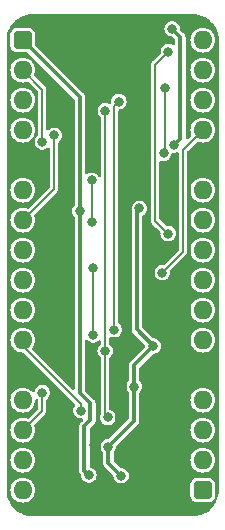
<source format=gbr>
%TF.GenerationSoftware,KiCad,Pcbnew,7.0.5*%
%TF.CreationDate,2024-01-10T19:52:20+02:00*%
%TF.ProjectId,SNES Controller Clock,534e4553-2043-46f6-9e74-726f6c6c6572,rev?*%
%TF.SameCoordinates,Original*%
%TF.FileFunction,Copper,L2,Bot*%
%TF.FilePolarity,Positive*%
%FSLAX46Y46*%
G04 Gerber Fmt 4.6, Leading zero omitted, Abs format (unit mm)*
G04 Created by KiCad (PCBNEW 7.0.5) date 2024-01-10 19:52:20*
%MOMM*%
%LPD*%
G01*
G04 APERTURE LIST*
G04 Aperture macros list*
%AMRoundRect*
0 Rectangle with rounded corners*
0 $1 Rounding radius*
0 $2 $3 $4 $5 $6 $7 $8 $9 X,Y pos of 4 corners*
0 Add a 4 corners polygon primitive as box body*
4,1,4,$2,$3,$4,$5,$6,$7,$8,$9,$2,$3,0*
0 Add four circle primitives for the rounded corners*
1,1,$1+$1,$2,$3*
1,1,$1+$1,$4,$5*
1,1,$1+$1,$6,$7*
1,1,$1+$1,$8,$9*
0 Add four rect primitives between the rounded corners*
20,1,$1+$1,$2,$3,$4,$5,0*
20,1,$1+$1,$4,$5,$6,$7,0*
20,1,$1+$1,$6,$7,$8,$9,0*
20,1,$1+$1,$8,$9,$2,$3,0*%
G04 Aperture macros list end*
%TA.AperFunction,ComponentPad*%
%ADD10RoundRect,0.400000X-0.400000X-0.400000X0.400000X-0.400000X0.400000X0.400000X-0.400000X0.400000X0*%
%TD*%
%TA.AperFunction,ComponentPad*%
%ADD11O,1.600000X1.600000*%
%TD*%
%TA.AperFunction,ComponentPad*%
%ADD12R,1.600000X1.600000*%
%TD*%
%TA.AperFunction,ViaPad*%
%ADD13C,0.800000*%
%TD*%
%TA.AperFunction,Conductor*%
%ADD14C,0.380000*%
%TD*%
%TA.AperFunction,Conductor*%
%ADD15C,0.200000*%
%TD*%
G04 APERTURE END LIST*
D10*
%TO.P,J2,1,Pin_1*%
%TO.N,/5V*%
X86360000Y-71120000D03*
D11*
%TO.P,J2,2,Pin_2*%
%TO.N,/~{Reset}*%
X86360000Y-73660000D03*
%TO.P,J2,3,Pin_3*%
%TO.N,unconnected-(J2-Pin_3-Pad3)*%
X86360000Y-76200000D03*
%TO.P,J2,4,Pin_4*%
%TO.N,/CLK*%
X86360000Y-78740000D03*
D12*
%TO.P,J2,5,Pin_5*%
%TO.N,/GND*%
X86360000Y-81280000D03*
D11*
%TO.P,J2,6,Pin_6*%
%TO.N,unconnected-(J2-Pin_6-Pad6)*%
X86360000Y-83820000D03*
%TO.P,J2,7,Pin_7*%
%TO.N,/CEP*%
X86360000Y-86360000D03*
%TO.P,J2,8,Pin_8*%
%TO.N,/~{Device Registers}*%
X86360000Y-88900000D03*
%TO.P,J2,9,Pin_9*%
%TO.N,/~{A3}*%
X86360000Y-91440000D03*
%TO.P,J2,10,Pin_10*%
%TO.N,/A3*%
X86360000Y-93980000D03*
%TO.P,J2,11,Pin_11*%
%TO.N,/A2*%
X86360000Y-96520000D03*
D12*
%TO.P,J2,12,Pin_12*%
%TO.N,/GND*%
X86360000Y-99060000D03*
D11*
%TO.P,J2,13,Pin_13*%
%TO.N,/A1*%
X86360000Y-101600000D03*
%TO.P,J2,14,Pin_14*%
%TO.N,/A0*%
X86360000Y-104140000D03*
%TO.P,J2,15,Pin_15*%
%TO.N,/~{RD}*%
X86360000Y-106680000D03*
%TO.P,J2,16,Pin_16*%
%TO.N,/~{Y7}*%
X86360000Y-109220000D03*
D10*
%TO.P,J2,17,Pin_17*%
%TO.N,/5V*%
X101600000Y-109220000D03*
D11*
%TO.P,J2,18,Pin_18*%
%TO.N,/~{Y6}*%
X101600000Y-106680000D03*
%TO.P,J2,19,Pin_19*%
%TO.N,/~{Y5}*%
X101600000Y-104140000D03*
%TO.P,J2,20,Pin_20*%
%TO.N,/~{Y4}*%
X101600000Y-101600000D03*
D12*
%TO.P,J2,21,Pin_21*%
%TO.N,/GND*%
X101600000Y-99060000D03*
D11*
%TO.P,J2,22,Pin_22*%
%TO.N,/~{Y3}*%
X101600000Y-96520000D03*
%TO.P,J2,23,Pin_23*%
%TO.N,/~{Y2}*%
X101600000Y-93980000D03*
%TO.P,J2,24,Pin_24*%
%TO.N,/~{Y1}*%
X101600000Y-91440000D03*
%TO.P,J2,25,Pin_25*%
%TO.N,/~{Y0}*%
X101600000Y-88900000D03*
%TO.P,J2,26,Pin_26*%
%TO.N,/Serial CP_{2}*%
X101600000Y-86360000D03*
%TO.P,J2,27,Pin_27*%
%TO.N,/~{Serial CP}*%
X101600000Y-83820000D03*
D12*
%TO.P,J2,28,Pin_28*%
%TO.N,/GND*%
X101600000Y-81280000D03*
D11*
%TO.P,J2,29,Pin_29*%
%TO.N,/Serial PL_{2}*%
X101600000Y-78740000D03*
%TO.P,J2,30,Pin_30*%
%TO.N,/~{Serial Select}*%
X101600000Y-76200000D03*
%TO.P,J2,31,Pin_31*%
%TO.N,/~{LCD Select}*%
X101600000Y-73660000D03*
%TO.P,J2,32,Pin_32*%
%TO.N,unconnected-(J2-Pin_32-Pad32)*%
X101600000Y-71120000D03*
%TD*%
D13*
%TO.N,/3.3V*%
X97409000Y-97021500D03*
X99187000Y-80010000D03*
X93599000Y-105537000D03*
X96237952Y-85372000D03*
X95786000Y-100457000D03*
X94673248Y-108011053D03*
X98996500Y-70167500D03*
%TO.N,/GND*%
X92570115Y-101231885D03*
X93472000Y-69977000D03*
X97409000Y-99314000D03*
X88138000Y-90805000D03*
X94996000Y-79356990D03*
X89598500Y-98361500D03*
X94996000Y-84963000D03*
X97028000Y-89535000D03*
X97155000Y-93091000D03*
X92357000Y-105397115D03*
X94996000Y-81280000D03*
X92456000Y-76327000D03*
X88138000Y-86995000D03*
%TO.N,/5V*%
X91186000Y-85598000D03*
X91948000Y-107950000D03*
%TO.N,/~{Reset}*%
X88011000Y-79756000D03*
%TO.N,/Serial CP*%
X92202000Y-86487000D03*
X92202000Y-83004004D03*
%TO.N,/CEP*%
X89027000Y-79183000D03*
X98270000Y-80716676D03*
X98425000Y-75184000D03*
%TO.N,/Serial PL*%
X98679000Y-72090522D03*
X98661748Y-87500125D03*
%TO.N,/~{Device Registers}*%
X92329000Y-90424000D03*
X92329000Y-96077000D03*
%TO.N,/~{Serial Select}*%
X93328457Y-97421920D03*
X93549600Y-103072170D03*
X93345000Y-77089000D03*
%TO.N,/~{LCD Select}*%
X94107000Y-95631000D03*
X94488000Y-76327000D03*
%TO.N,/A0*%
X88011000Y-100965000D03*
%TO.N,/A2*%
X91285000Y-102489000D03*
%TO.N,/Serial PL_{2}*%
X98171000Y-90805000D03*
%TD*%
D14*
%TO.N,/3.3V*%
X99187000Y-80010000D02*
X99695000Y-79502000D01*
X99695000Y-79502000D02*
X99695000Y-70866000D01*
X95786000Y-98644500D02*
X95786000Y-100457000D01*
X95786000Y-103350000D02*
X93599000Y-105537000D01*
X99695000Y-70866000D02*
X98996500Y-70167500D01*
X97409000Y-97021500D02*
X96012000Y-95624500D01*
X93599000Y-106936805D02*
X93599000Y-105537000D01*
X94673248Y-108011053D02*
X93599000Y-106936805D01*
X96012000Y-85597952D02*
X96237952Y-85372000D01*
X96012000Y-95624500D02*
X96012000Y-85597952D01*
X95786000Y-100457000D02*
X95786000Y-103350000D01*
X97409000Y-97021500D02*
X95786000Y-98644500D01*
%TO.N,/GND*%
X88138000Y-96901000D02*
X89598500Y-98361500D01*
X88138000Y-90805000D02*
X88138000Y-96901000D01*
X95377000Y-84582000D02*
X94996000Y-84963000D01*
X93472000Y-75311000D02*
X93472000Y-69977000D01*
X97028000Y-92964000D02*
X97155000Y-93091000D01*
X96901000Y-84582000D02*
X95377000Y-84582000D01*
X94996000Y-81280000D02*
X94996000Y-79356990D01*
X97028000Y-89535000D02*
X97028000Y-84709000D01*
X100410000Y-97870000D02*
X101600000Y-99060000D01*
X97663000Y-99060000D02*
X101600000Y-99060000D01*
X101600000Y-81280000D02*
X100410000Y-82470000D01*
X92570115Y-101231885D02*
X92759600Y-101421370D01*
X97409000Y-99314000D02*
X97663000Y-99060000D01*
X97028000Y-84709000D02*
X96901000Y-84582000D01*
X88138000Y-86995000D02*
X88138000Y-90805000D01*
X92456000Y-76327000D02*
X93472000Y-75311000D01*
X100410000Y-82470000D02*
X100410000Y-97870000D01*
X94996000Y-84963000D02*
X94996000Y-102758115D01*
X92759600Y-104994515D02*
X92357000Y-105397115D01*
X94996000Y-84963000D02*
X94996000Y-81280000D01*
X92759600Y-101421370D02*
X92759600Y-104994515D01*
X97028000Y-89535000D02*
X97028000Y-92964000D01*
X94996000Y-102758115D02*
X92357000Y-105397115D01*
%TO.N,/5V*%
X91186000Y-75946000D02*
X91186000Y-85598000D01*
X91567000Y-103827756D02*
X91567000Y-107569000D01*
X86360000Y-71120000D02*
X91186000Y-75946000D01*
X91186000Y-85598000D02*
X91186000Y-100965000D01*
X91186000Y-100965000D02*
X92075000Y-101854000D01*
X92075000Y-101854000D02*
X92075000Y-103319756D01*
X91567000Y-107569000D02*
X91948000Y-107950000D01*
X92075000Y-103319756D02*
X91567000Y-103827756D01*
D15*
%TO.N,/~{Reset}*%
X86360000Y-73660000D02*
X88011000Y-75311000D01*
X88011000Y-75311000D02*
X88011000Y-79756000D01*
%TO.N,/Serial CP*%
X92202000Y-86487000D02*
X92202000Y-83004004D01*
%TO.N,/CEP*%
X86360000Y-86360000D02*
X89027000Y-83693000D01*
X98425000Y-75184000D02*
X98425000Y-80561676D01*
X98425000Y-80561676D02*
X98270000Y-80716676D01*
X89027000Y-83693000D02*
X89027000Y-79183000D01*
%TO.N,/Serial PL*%
X97570000Y-73199522D02*
X97570000Y-86408377D01*
X98679000Y-72090522D02*
X97570000Y-73199522D01*
X97570000Y-86408377D02*
X98661748Y-87500125D01*
%TO.N,/~{Device Registers}*%
X92329000Y-96077000D02*
X92329000Y-90424000D01*
%TO.N,/~{Serial Select}*%
X93328457Y-97421920D02*
X93328457Y-77105543D01*
X93328457Y-77105543D02*
X93345000Y-77089000D01*
X93328457Y-102851027D02*
X93549600Y-103072170D01*
X93328457Y-97421920D02*
X93328457Y-102851027D01*
%TO.N,/~{LCD Select}*%
X94107000Y-95631000D02*
X94107000Y-76708000D01*
X94107000Y-76708000D02*
X94488000Y-76327000D01*
%TO.N,/A0*%
X88011000Y-102489000D02*
X86360000Y-104140000D01*
X88011000Y-100965000D02*
X88011000Y-102489000D01*
%TO.N,/A2*%
X86360000Y-97028000D02*
X91285000Y-101953000D01*
X91285000Y-101953000D02*
X91285000Y-102489000D01*
%TO.N,/Serial PL_{2}*%
X99920000Y-89056000D02*
X98171000Y-90805000D01*
X101600000Y-78740000D02*
X99920000Y-80420000D01*
X99920000Y-80420000D02*
X99920000Y-89056000D01*
%TD*%
%TA.AperFunction,Conductor*%
%TO.N,/GND*%
G36*
X100766139Y-68906880D02*
G01*
X100804759Y-68909215D01*
X101027313Y-68922675D01*
X101034743Y-68923577D01*
X101290257Y-68970399D01*
X101297519Y-68972190D01*
X101545522Y-69049468D01*
X101552522Y-69052122D01*
X101756097Y-69143741D01*
X101789401Y-69158730D01*
X101796032Y-69162210D01*
X102018344Y-69296600D01*
X102024491Y-69300843D01*
X102228984Y-69461050D01*
X102234581Y-69466010D01*
X102418267Y-69649692D01*
X102423236Y-69655302D01*
X102583432Y-69859774D01*
X102587689Y-69865941D01*
X102722075Y-70088240D01*
X102725554Y-70094869D01*
X102771213Y-70196317D01*
X102832165Y-70331746D01*
X102834820Y-70338745D01*
X102876352Y-70472024D01*
X102912101Y-70586747D01*
X102913894Y-70594023D01*
X102960718Y-70849528D01*
X102961622Y-70856967D01*
X102977386Y-71117568D01*
X102977499Y-71121313D01*
X102977499Y-109213770D01*
X102977500Y-109213780D01*
X102977500Y-109218122D01*
X102977387Y-109221867D01*
X102961588Y-109483027D01*
X102960685Y-109490466D01*
X102913862Y-109745969D01*
X102912069Y-109753244D01*
X102834790Y-110001239D01*
X102832136Y-110008238D01*
X102725529Y-110245107D01*
X102722046Y-110251742D01*
X102587662Y-110474038D01*
X102583405Y-110480205D01*
X102423213Y-110684674D01*
X102418243Y-110690283D01*
X102234560Y-110873964D01*
X102228951Y-110878934D01*
X102024483Y-111039121D01*
X102018316Y-111043378D01*
X101796023Y-111177757D01*
X101789387Y-111181239D01*
X101552516Y-111287843D01*
X101545510Y-111290500D01*
X101297512Y-111367777D01*
X101290236Y-111369571D01*
X101034742Y-111416388D01*
X101027303Y-111417292D01*
X100765612Y-111433119D01*
X100761868Y-111433232D01*
X87197602Y-111433232D01*
X87193859Y-111433119D01*
X86932694Y-111417325D01*
X86925254Y-111416421D01*
X86698442Y-111374859D01*
X86669754Y-111369602D01*
X86662480Y-111367809D01*
X86414478Y-111290531D01*
X86407472Y-111287874D01*
X86170597Y-111181268D01*
X86163962Y-111177786D01*
X85941666Y-111043406D01*
X85935504Y-111039153D01*
X85731015Y-110878950D01*
X85725417Y-110873989D01*
X85541732Y-110690306D01*
X85536766Y-110684702D01*
X85376565Y-110480221D01*
X85372308Y-110474054D01*
X85372298Y-110474038D01*
X85237919Y-110251750D01*
X85234447Y-110245136D01*
X85127827Y-110008238D01*
X85125182Y-110001266D01*
X85047893Y-109753236D01*
X85046105Y-109745977D01*
X84999281Y-109490470D01*
X84998377Y-109483031D01*
X84994923Y-109425934D01*
X84982613Y-109222411D01*
X84982540Y-109220000D01*
X85304417Y-109220000D01*
X85324699Y-109425932D01*
X85354734Y-109524944D01*
X85384768Y-109623954D01*
X85482315Y-109806450D01*
X85482317Y-109806452D01*
X85613589Y-109966410D01*
X85710209Y-110045702D01*
X85773550Y-110097685D01*
X85956046Y-110195232D01*
X86154066Y-110255300D01*
X86154065Y-110255300D01*
X86174347Y-110257297D01*
X86360000Y-110275583D01*
X86565934Y-110255300D01*
X86763954Y-110195232D01*
X86946450Y-110097685D01*
X87106410Y-109966410D01*
X87237685Y-109806450D01*
X87302227Y-109685701D01*
X100549500Y-109685701D01*
X100552401Y-109722567D01*
X100552402Y-109722573D01*
X100598254Y-109880393D01*
X100598255Y-109880396D01*
X100681917Y-110021862D01*
X100681923Y-110021870D01*
X100798129Y-110138076D01*
X100798133Y-110138079D01*
X100798135Y-110138081D01*
X100939602Y-110221744D01*
X100981224Y-110233836D01*
X101097426Y-110267597D01*
X101097429Y-110267597D01*
X101097431Y-110267598D01*
X101134306Y-110270500D01*
X101134314Y-110270500D01*
X102065686Y-110270500D01*
X102065694Y-110270500D01*
X102102569Y-110267598D01*
X102102571Y-110267597D01*
X102102573Y-110267597D01*
X102168139Y-110248548D01*
X102260398Y-110221744D01*
X102401865Y-110138081D01*
X102518081Y-110021865D01*
X102601744Y-109880398D01*
X102647598Y-109722569D01*
X102650500Y-109685694D01*
X102650500Y-108754306D01*
X102647598Y-108717431D01*
X102601744Y-108559602D01*
X102518081Y-108418135D01*
X102518079Y-108418133D01*
X102518076Y-108418129D01*
X102401870Y-108301923D01*
X102401862Y-108301917D01*
X102305229Y-108244769D01*
X102260398Y-108218256D01*
X102260397Y-108218255D01*
X102260396Y-108218255D01*
X102260393Y-108218254D01*
X102102573Y-108172402D01*
X102102567Y-108172401D01*
X102065701Y-108169500D01*
X102065694Y-108169500D01*
X101134306Y-108169500D01*
X101134298Y-108169500D01*
X101097432Y-108172401D01*
X101097426Y-108172402D01*
X100939606Y-108218254D01*
X100939603Y-108218255D01*
X100798137Y-108301917D01*
X100798129Y-108301923D01*
X100681923Y-108418129D01*
X100681917Y-108418137D01*
X100598255Y-108559603D01*
X100598254Y-108559606D01*
X100552402Y-108717426D01*
X100552401Y-108717432D01*
X100549500Y-108754298D01*
X100549500Y-109685701D01*
X87302227Y-109685701D01*
X87335232Y-109623954D01*
X87395300Y-109425934D01*
X87415583Y-109220000D01*
X87395300Y-109014066D01*
X87335232Y-108816046D01*
X87237685Y-108633550D01*
X87169394Y-108550337D01*
X87106410Y-108473589D01*
X86946452Y-108342317D01*
X86946453Y-108342317D01*
X86946450Y-108342315D01*
X86763954Y-108244768D01*
X86565934Y-108184700D01*
X86565932Y-108184699D01*
X86565934Y-108184699D01*
X86378463Y-108166235D01*
X86360000Y-108164417D01*
X86359999Y-108164417D01*
X86154067Y-108184699D01*
X85956043Y-108244769D01*
X85849129Y-108301917D01*
X85773550Y-108342315D01*
X85773548Y-108342316D01*
X85773547Y-108342317D01*
X85613589Y-108473589D01*
X85482317Y-108633547D01*
X85384769Y-108816043D01*
X85324699Y-109014067D01*
X85304417Y-109220000D01*
X84982540Y-109220000D01*
X84982500Y-109218667D01*
X84982500Y-106679999D01*
X85304417Y-106679999D01*
X85324699Y-106885932D01*
X85324700Y-106885934D01*
X85384768Y-107083954D01*
X85482315Y-107266450D01*
X85482317Y-107266452D01*
X85613589Y-107426410D01*
X85710209Y-107505702D01*
X85773550Y-107557685D01*
X85956046Y-107655232D01*
X86154066Y-107715300D01*
X86154065Y-107715300D01*
X86162503Y-107716131D01*
X86360000Y-107735583D01*
X86565934Y-107715300D01*
X86763954Y-107655232D01*
X86946450Y-107557685D01*
X87106410Y-107426410D01*
X87237685Y-107266450D01*
X87335232Y-107083954D01*
X87395300Y-106885934D01*
X87415583Y-106680000D01*
X87395300Y-106474066D01*
X87335232Y-106276046D01*
X87237685Y-106093550D01*
X87143512Y-105978799D01*
X87106410Y-105933589D01*
X86946452Y-105802317D01*
X86946453Y-105802317D01*
X86946450Y-105802315D01*
X86763954Y-105704768D01*
X86565934Y-105644700D01*
X86565932Y-105644699D01*
X86565934Y-105644699D01*
X86378463Y-105626235D01*
X86360000Y-105624417D01*
X86359999Y-105624417D01*
X86154067Y-105644699D01*
X85956043Y-105704769D01*
X85845897Y-105763643D01*
X85773550Y-105802315D01*
X85773548Y-105802316D01*
X85773547Y-105802317D01*
X85613589Y-105933589D01*
X85482317Y-106093547D01*
X85384769Y-106276043D01*
X85324699Y-106474067D01*
X85304417Y-106679999D01*
X84982500Y-106679999D01*
X84982500Y-104140000D01*
X85304417Y-104140000D01*
X85324699Y-104345932D01*
X85324700Y-104345934D01*
X85384768Y-104543954D01*
X85482315Y-104726450D01*
X85482317Y-104726452D01*
X85613589Y-104886410D01*
X85659763Y-104924303D01*
X85773550Y-105017685D01*
X85956046Y-105115232D01*
X86154066Y-105175300D01*
X86154065Y-105175300D01*
X86172529Y-105177118D01*
X86360000Y-105195583D01*
X86565934Y-105175300D01*
X86763954Y-105115232D01*
X86946450Y-105017685D01*
X87106410Y-104886410D01*
X87237685Y-104726450D01*
X87335232Y-104543954D01*
X87395300Y-104345934D01*
X87415583Y-104140000D01*
X87395300Y-103934066D01*
X87339210Y-103749163D01*
X87338588Y-103679298D01*
X87370189Y-103625491D01*
X88224046Y-102771634D01*
X88243902Y-102755511D01*
X88251669Y-102750437D01*
X88271873Y-102724477D01*
X88276941Y-102718739D01*
X88279376Y-102716306D01*
X88291334Y-102699555D01*
X88292799Y-102697591D01*
X88323517Y-102658126D01*
X88323519Y-102658119D01*
X88327020Y-102651648D01*
X88330236Y-102645070D01*
X88330240Y-102645066D01*
X88344499Y-102597167D01*
X88345270Y-102594763D01*
X88351975Y-102575232D01*
X88361500Y-102547488D01*
X88361500Y-102547482D01*
X88362705Y-102540263D01*
X88363617Y-102532950D01*
X88362172Y-102498017D01*
X88361552Y-102483037D01*
X88361500Y-102480477D01*
X88361500Y-101579350D01*
X88381185Y-101512311D01*
X88403271Y-101486536D01*
X88501483Y-101399530D01*
X88591220Y-101269523D01*
X88647237Y-101121818D01*
X88666278Y-100965000D01*
X88665427Y-100957987D01*
X88647237Y-100808181D01*
X88614672Y-100722315D01*
X88591220Y-100660477D01*
X88501483Y-100530470D01*
X88383240Y-100425717D01*
X88383238Y-100425716D01*
X88383237Y-100425715D01*
X88243365Y-100352303D01*
X88089986Y-100314500D01*
X88089985Y-100314500D01*
X87932015Y-100314500D01*
X87932014Y-100314500D01*
X87778634Y-100352303D01*
X87638762Y-100425715D01*
X87520516Y-100530471D01*
X87430781Y-100660475D01*
X87430780Y-100660476D01*
X87374763Y-100808180D01*
X87370332Y-100844672D01*
X87342709Y-100908849D01*
X87284775Y-100947905D01*
X87214922Y-100949440D01*
X87155329Y-100912965D01*
X87151383Y-100908389D01*
X87106410Y-100853590D01*
X87051080Y-100808182D01*
X86946450Y-100722315D01*
X86763954Y-100624768D01*
X86565934Y-100564700D01*
X86565932Y-100564699D01*
X86565934Y-100564699D01*
X86360000Y-100544417D01*
X86154067Y-100564699D01*
X85956043Y-100624769D01*
X85845897Y-100683643D01*
X85773550Y-100722315D01*
X85773548Y-100722316D01*
X85773547Y-100722317D01*
X85613589Y-100853589D01*
X85482317Y-101013547D01*
X85384769Y-101196043D01*
X85324699Y-101394067D01*
X85304417Y-101600000D01*
X85324699Y-101805932D01*
X85345736Y-101875280D01*
X85384768Y-102003954D01*
X85482315Y-102186450D01*
X85482317Y-102186452D01*
X85613589Y-102346410D01*
X85654685Y-102380136D01*
X85773550Y-102477685D01*
X85956046Y-102575232D01*
X86154066Y-102635300D01*
X86154065Y-102635300D01*
X86174347Y-102637297D01*
X86360000Y-102655583D01*
X86565934Y-102635300D01*
X86763954Y-102575232D01*
X86946450Y-102477685D01*
X87106410Y-102346410D01*
X87237685Y-102186450D01*
X87335232Y-102003954D01*
X87395300Y-101805934D01*
X87413097Y-101625239D01*
X87439258Y-101560453D01*
X87496292Y-101520094D01*
X87566093Y-101516977D01*
X87626497Y-101552092D01*
X87658328Y-101614289D01*
X87660500Y-101637394D01*
X87660500Y-102292455D01*
X87640815Y-102359494D01*
X87624181Y-102380136D01*
X86874509Y-103129808D01*
X86813186Y-103163293D01*
X86750833Y-103160788D01*
X86565934Y-103104700D01*
X86565932Y-103104699D01*
X86565934Y-103104699D01*
X86378463Y-103086235D01*
X86360000Y-103084417D01*
X86359999Y-103084417D01*
X86154067Y-103104699D01*
X86039344Y-103139500D01*
X85960909Y-103163293D01*
X85956043Y-103164769D01*
X85882916Y-103203857D01*
X85773550Y-103262315D01*
X85773548Y-103262316D01*
X85773547Y-103262317D01*
X85613589Y-103393589D01*
X85482317Y-103553547D01*
X85482315Y-103553550D01*
X85471523Y-103573740D01*
X85384769Y-103736043D01*
X85324699Y-103934067D01*
X85304417Y-104140000D01*
X84982500Y-104140000D01*
X84982500Y-96520000D01*
X85304417Y-96520000D01*
X85324699Y-96725932D01*
X85324700Y-96725934D01*
X85384768Y-96923954D01*
X85482315Y-97106450D01*
X85491298Y-97117396D01*
X85613589Y-97266410D01*
X85686229Y-97326023D01*
X85773550Y-97397685D01*
X85956046Y-97495232D01*
X86154066Y-97555300D01*
X86154065Y-97555300D01*
X86209735Y-97560783D01*
X86360000Y-97575583D01*
X86360000Y-97575582D01*
X86360002Y-97575583D01*
X86360539Y-97575583D01*
X86360810Y-97575662D01*
X86366063Y-97576180D01*
X86365964Y-97577176D01*
X86427578Y-97595268D01*
X86448220Y-97611902D01*
X90760758Y-101924439D01*
X90794243Y-101985762D01*
X90789259Y-102055454D01*
X90775128Y-102082559D01*
X90704780Y-102184476D01*
X90648762Y-102332181D01*
X90629722Y-102488999D01*
X90629722Y-102489000D01*
X90648762Y-102645818D01*
X90704780Y-102793523D01*
X90794517Y-102923530D01*
X90912760Y-103028283D01*
X90912762Y-103028284D01*
X91052634Y-103101696D01*
X91206014Y-103139500D01*
X91332932Y-103139500D01*
X91399971Y-103159185D01*
X91445726Y-103211989D01*
X91455670Y-103281147D01*
X91426645Y-103344703D01*
X91420626Y-103351167D01*
X91347373Y-103424421D01*
X91275481Y-103496313D01*
X91270294Y-103500948D01*
X91240443Y-103524754D01*
X91240441Y-103524756D01*
X91208331Y-103571852D01*
X91206991Y-103573740D01*
X91173148Y-103619597D01*
X91169248Y-103626977D01*
X91165640Y-103634471D01*
X91148841Y-103688928D01*
X91148117Y-103691128D01*
X91129290Y-103744934D01*
X91127745Y-103753096D01*
X91126500Y-103761361D01*
X91126500Y-103818351D01*
X91126457Y-103820635D01*
X91125634Y-103842625D01*
X91124324Y-103877633D01*
X91125365Y-103886866D01*
X91124513Y-103886961D01*
X91126499Y-103902075D01*
X91126500Y-107540771D01*
X91126110Y-107547719D01*
X91121834Y-107585656D01*
X91127728Y-107616805D01*
X91132438Y-107641698D01*
X91132821Y-107643952D01*
X91141315Y-107700305D01*
X91143781Y-107708301D01*
X91146521Y-107716130D01*
X91173145Y-107766504D01*
X91174190Y-107768574D01*
X91198930Y-107819948D01*
X91203586Y-107826778D01*
X91208569Y-107833528D01*
X91208571Y-107833532D01*
X91248876Y-107873837D01*
X91250459Y-107875481D01*
X91261322Y-107887188D01*
X91292492Y-107949720D01*
X91293521Y-107956584D01*
X91311763Y-108106819D01*
X91341299Y-108184699D01*
X91367780Y-108254523D01*
X91457517Y-108384530D01*
X91575760Y-108489283D01*
X91575762Y-108489284D01*
X91715634Y-108562696D01*
X91869014Y-108600500D01*
X91869015Y-108600500D01*
X92026985Y-108600500D01*
X92180365Y-108562696D01*
X92203915Y-108550336D01*
X92320240Y-108489283D01*
X92438483Y-108384530D01*
X92528220Y-108254523D01*
X92584237Y-108106818D01*
X92603278Y-107950000D01*
X92584237Y-107793182D01*
X92574904Y-107768574D01*
X92551374Y-107706529D01*
X92528220Y-107645477D01*
X92438483Y-107515470D01*
X92320240Y-107410717D01*
X92320238Y-107410716D01*
X92320237Y-107410715D01*
X92180366Y-107337304D01*
X92101825Y-107317946D01*
X92041445Y-107282790D01*
X92009656Y-107220571D01*
X92007500Y-107197549D01*
X92007500Y-105537000D01*
X92943722Y-105537000D01*
X92962762Y-105693818D01*
X93003910Y-105802315D01*
X93018780Y-105841523D01*
X93108517Y-105971530D01*
X93116723Y-105978800D01*
X93153852Y-106037987D01*
X93158500Y-106071618D01*
X93158500Y-106908576D01*
X93158110Y-106915524D01*
X93153834Y-106953461D01*
X93159728Y-106984610D01*
X93164438Y-107009503D01*
X93164821Y-107011757D01*
X93173315Y-107068110D01*
X93175781Y-107076106D01*
X93178521Y-107083935D01*
X93205145Y-107134309D01*
X93206190Y-107136379D01*
X93230930Y-107187753D01*
X93235586Y-107194583D01*
X93240569Y-107201333D01*
X93240571Y-107201337D01*
X93280876Y-107241642D01*
X93282459Y-107243286D01*
X93321250Y-107285092D01*
X93328516Y-107290886D01*
X93327978Y-107291559D01*
X93340072Y-107300838D01*
X93983246Y-107944012D01*
X94016731Y-108005335D01*
X94018661Y-108016746D01*
X94037011Y-108167872D01*
X94069874Y-108254523D01*
X94093028Y-108315576D01*
X94182765Y-108445583D01*
X94301008Y-108550336D01*
X94301010Y-108550337D01*
X94440882Y-108623749D01*
X94594262Y-108661553D01*
X94594263Y-108661553D01*
X94752233Y-108661553D01*
X94905613Y-108623749D01*
X94905612Y-108623749D01*
X95045488Y-108550336D01*
X95163731Y-108445583D01*
X95253468Y-108315576D01*
X95309485Y-108167871D01*
X95328526Y-108011053D01*
X95317629Y-107921303D01*
X95309485Y-107854234D01*
X95257109Y-107716131D01*
X95253468Y-107706530D01*
X95163731Y-107576523D01*
X95045488Y-107471770D01*
X95045486Y-107471769D01*
X95045485Y-107471768D01*
X94905613Y-107398356D01*
X94752234Y-107360553D01*
X94752233Y-107360553D01*
X94697071Y-107360553D01*
X94630032Y-107340868D01*
X94609390Y-107324234D01*
X94075818Y-106790663D01*
X94042333Y-106729340D01*
X94039499Y-106702982D01*
X94039499Y-106679999D01*
X100544417Y-106679999D01*
X100564699Y-106885932D01*
X100564700Y-106885934D01*
X100624768Y-107083954D01*
X100722315Y-107266450D01*
X100722317Y-107266452D01*
X100853589Y-107426410D01*
X100950209Y-107505702D01*
X101013550Y-107557685D01*
X101196046Y-107655232D01*
X101394066Y-107715300D01*
X101394065Y-107715300D01*
X101402503Y-107716131D01*
X101600000Y-107735583D01*
X101805934Y-107715300D01*
X102003954Y-107655232D01*
X102186450Y-107557685D01*
X102346410Y-107426410D01*
X102477685Y-107266450D01*
X102575232Y-107083954D01*
X102635300Y-106885934D01*
X102655583Y-106680000D01*
X102635300Y-106474066D01*
X102575232Y-106276046D01*
X102477685Y-106093550D01*
X102383512Y-105978799D01*
X102346410Y-105933589D01*
X102186452Y-105802317D01*
X102186453Y-105802317D01*
X102186450Y-105802315D01*
X102003954Y-105704768D01*
X101805934Y-105644700D01*
X101805932Y-105644699D01*
X101805934Y-105644699D01*
X101600000Y-105624417D01*
X101394067Y-105644699D01*
X101196043Y-105704769D01*
X101085897Y-105763643D01*
X101013550Y-105802315D01*
X101013548Y-105802316D01*
X101013547Y-105802317D01*
X100853589Y-105933589D01*
X100722317Y-106093547D01*
X100624769Y-106276043D01*
X100564699Y-106474067D01*
X100544417Y-106679999D01*
X94039499Y-106679999D01*
X94039499Y-106474066D01*
X94039499Y-106071614D01*
X94059184Y-106004579D01*
X94081272Y-105978804D01*
X94089483Y-105971530D01*
X94179220Y-105841523D01*
X94235237Y-105693818D01*
X94253587Y-105542690D01*
X94281207Y-105478515D01*
X94288990Y-105469969D01*
X95618959Y-104140000D01*
X100544417Y-104140000D01*
X100564699Y-104345932D01*
X100564700Y-104345934D01*
X100624768Y-104543954D01*
X100722315Y-104726450D01*
X100722317Y-104726452D01*
X100853589Y-104886410D01*
X100899763Y-104924303D01*
X101013550Y-105017685D01*
X101196046Y-105115232D01*
X101394066Y-105175300D01*
X101394065Y-105175300D01*
X101414348Y-105177297D01*
X101600000Y-105195583D01*
X101805934Y-105175300D01*
X102003954Y-105115232D01*
X102186450Y-105017685D01*
X102346410Y-104886410D01*
X102477685Y-104726450D01*
X102575232Y-104543954D01*
X102635300Y-104345934D01*
X102655583Y-104140000D01*
X102635300Y-103934066D01*
X102575232Y-103736046D01*
X102477685Y-103553550D01*
X102398842Y-103457479D01*
X102346410Y-103393589D01*
X102195669Y-103269881D01*
X102186450Y-103262315D01*
X102003954Y-103164768D01*
X101805934Y-103104700D01*
X101805932Y-103104699D01*
X101805934Y-103104699D01*
X101600000Y-103084417D01*
X101394067Y-103104699D01*
X101279344Y-103139500D01*
X101200909Y-103163293D01*
X101196043Y-103164769D01*
X101122916Y-103203857D01*
X101013550Y-103262315D01*
X101013548Y-103262316D01*
X101013547Y-103262317D01*
X100853589Y-103393589D01*
X100722317Y-103553547D01*
X100722315Y-103553550D01*
X100711523Y-103573740D01*
X100624769Y-103736043D01*
X100564699Y-103934067D01*
X100544417Y-104140000D01*
X95618959Y-104140000D01*
X96077528Y-103681431D01*
X96082696Y-103676812D01*
X96112557Y-103653001D01*
X96144694Y-103605862D01*
X96145982Y-103604046D01*
X96179852Y-103558157D01*
X96179853Y-103558155D01*
X96183743Y-103550794D01*
X96187356Y-103543289D01*
X96187360Y-103543285D01*
X96204161Y-103488811D01*
X96204885Y-103486614D01*
X96214688Y-103458600D01*
X96223710Y-103432819D01*
X96223710Y-103432812D01*
X96225255Y-103424650D01*
X96226500Y-103416394D01*
X96226500Y-103359403D01*
X96226542Y-103357121D01*
X96228675Y-103300123D01*
X96228674Y-103300122D01*
X96227635Y-103290894D01*
X96228488Y-103290797D01*
X96226500Y-103275682D01*
X96226500Y-101599999D01*
X100544417Y-101599999D01*
X100564699Y-101805932D01*
X100585736Y-101875280D01*
X100624768Y-102003954D01*
X100722315Y-102186450D01*
X100722317Y-102186452D01*
X100853589Y-102346410D01*
X100894685Y-102380136D01*
X101013550Y-102477685D01*
X101196046Y-102575232D01*
X101394066Y-102635300D01*
X101394065Y-102635300D01*
X101412529Y-102637118D01*
X101600000Y-102655583D01*
X101805934Y-102635300D01*
X102003954Y-102575232D01*
X102186450Y-102477685D01*
X102346410Y-102346410D01*
X102477685Y-102186450D01*
X102575232Y-102003954D01*
X102635300Y-101805934D01*
X102655583Y-101600000D01*
X102635300Y-101394066D01*
X102575232Y-101196046D01*
X102477685Y-101013550D01*
X102404669Y-100924579D01*
X102346410Y-100853589D01*
X102186452Y-100722317D01*
X102186453Y-100722317D01*
X102186450Y-100722315D01*
X102003954Y-100624768D01*
X101805934Y-100564700D01*
X101805932Y-100564699D01*
X101805934Y-100564699D01*
X101618463Y-100546235D01*
X101600000Y-100544417D01*
X101599999Y-100544417D01*
X101394067Y-100564699D01*
X101196043Y-100624769D01*
X101085897Y-100683643D01*
X101013550Y-100722315D01*
X101013548Y-100722316D01*
X101013547Y-100722317D01*
X100853589Y-100853589D01*
X100722317Y-101013547D01*
X100624769Y-101196043D01*
X100564699Y-101394067D01*
X100544417Y-101599999D01*
X96226500Y-101599999D01*
X96226500Y-100991618D01*
X96246185Y-100924579D01*
X96268274Y-100898801D01*
X96276483Y-100891530D01*
X96366220Y-100761523D01*
X96422237Y-100613818D01*
X96441278Y-100457000D01*
X96422237Y-100300182D01*
X96366220Y-100152477D01*
X96276483Y-100022470D01*
X96268274Y-100015197D01*
X96231147Y-99956011D01*
X96226499Y-99922387D01*
X96226499Y-98878321D01*
X96246184Y-98811283D01*
X96262813Y-98790646D01*
X97345141Y-97708319D01*
X97406465Y-97674834D01*
X97432823Y-97672000D01*
X97487985Y-97672000D01*
X97641365Y-97634196D01*
X97715535Y-97595268D01*
X97781240Y-97560783D01*
X97899483Y-97456030D01*
X97989220Y-97326023D01*
X98045237Y-97178318D01*
X98064278Y-97021500D01*
X98061078Y-96995141D01*
X98045237Y-96864681D01*
X98023577Y-96807569D01*
X97989220Y-96716977D01*
X97899483Y-96586970D01*
X97823889Y-96520000D01*
X100544417Y-96520000D01*
X100564699Y-96725932D01*
X100564700Y-96725934D01*
X100624768Y-96923954D01*
X100722315Y-97106450D01*
X100731298Y-97117396D01*
X100853589Y-97266410D01*
X100926229Y-97326023D01*
X101013550Y-97397685D01*
X101196046Y-97495232D01*
X101394066Y-97555300D01*
X101394065Y-97555300D01*
X101412529Y-97557118D01*
X101600000Y-97575583D01*
X101805934Y-97555300D01*
X102003954Y-97495232D01*
X102186450Y-97397685D01*
X102346410Y-97266410D01*
X102477685Y-97106450D01*
X102575232Y-96923954D01*
X102635300Y-96725934D01*
X102655583Y-96520000D01*
X102635300Y-96314066D01*
X102575232Y-96116046D01*
X102477685Y-95933550D01*
X102387841Y-95824074D01*
X102346410Y-95773589D01*
X102224269Y-95673352D01*
X102186450Y-95642315D01*
X102003954Y-95544768D01*
X101805934Y-95484700D01*
X101805932Y-95484699D01*
X101805934Y-95484699D01*
X101600000Y-95464417D01*
X101394067Y-95484699D01*
X101196043Y-95544769D01*
X101093175Y-95599754D01*
X101013550Y-95642315D01*
X101013548Y-95642316D01*
X101013547Y-95642317D01*
X100853589Y-95773589D01*
X100725113Y-95930140D01*
X100722315Y-95933550D01*
X100692926Y-95988533D01*
X100624769Y-96116043D01*
X100564699Y-96314067D01*
X100544417Y-96520000D01*
X97823889Y-96520000D01*
X97781240Y-96482217D01*
X97781238Y-96482216D01*
X97781237Y-96482215D01*
X97641365Y-96408803D01*
X97487986Y-96371000D01*
X97487985Y-96371000D01*
X97432823Y-96371000D01*
X97365784Y-96351315D01*
X97345142Y-96334681D01*
X96488818Y-95478357D01*
X96455333Y-95417034D01*
X96452499Y-95390685D01*
X96452499Y-93980000D01*
X100544417Y-93980000D01*
X100564699Y-94185932D01*
X100564700Y-94185934D01*
X100624768Y-94383954D01*
X100722315Y-94566450D01*
X100722317Y-94566452D01*
X100853589Y-94726410D01*
X100950209Y-94805702D01*
X101013550Y-94857685D01*
X101196046Y-94955232D01*
X101394066Y-95015300D01*
X101394065Y-95015300D01*
X101407762Y-95016649D01*
X101600000Y-95035583D01*
X101805934Y-95015300D01*
X102003954Y-94955232D01*
X102186450Y-94857685D01*
X102346410Y-94726410D01*
X102477685Y-94566450D01*
X102575232Y-94383954D01*
X102635300Y-94185934D01*
X102655583Y-93980000D01*
X102635300Y-93774066D01*
X102575232Y-93576046D01*
X102477685Y-93393550D01*
X102425702Y-93330209D01*
X102346410Y-93233589D01*
X102186452Y-93102317D01*
X102186453Y-93102317D01*
X102186450Y-93102315D01*
X102003954Y-93004768D01*
X101805934Y-92944700D01*
X101805932Y-92944699D01*
X101805934Y-92944699D01*
X101600000Y-92924417D01*
X101394067Y-92944699D01*
X101196043Y-93004769D01*
X101085897Y-93063643D01*
X101013550Y-93102315D01*
X101013548Y-93102316D01*
X101013547Y-93102317D01*
X100853589Y-93233589D01*
X100722317Y-93393547D01*
X100624769Y-93576043D01*
X100564699Y-93774067D01*
X100544417Y-93980000D01*
X96452499Y-93980000D01*
X96452499Y-86393694D01*
X97214957Y-86393694D01*
X97219023Y-86426314D01*
X97219500Y-86433991D01*
X97219500Y-86437417D01*
X97222232Y-86453797D01*
X97222876Y-86457653D01*
X97223245Y-86460185D01*
X97229427Y-86509770D01*
X97231520Y-86516803D01*
X97233907Y-86523756D01*
X97233908Y-86523758D01*
X97241608Y-86537986D01*
X97257691Y-86567707D01*
X97258864Y-86569985D01*
X97280802Y-86614861D01*
X97280804Y-86614863D01*
X97285071Y-86620841D01*
X97289582Y-86626636D01*
X97326341Y-86660475D01*
X97328190Y-86662249D01*
X97674873Y-87008932D01*
X97981057Y-87315115D01*
X98014542Y-87376438D01*
X98016472Y-87417741D01*
X98006470Y-87500124D01*
X98006470Y-87500125D01*
X98025510Y-87656943D01*
X98081527Y-87804647D01*
X98081528Y-87804648D01*
X98171265Y-87934655D01*
X98289508Y-88039408D01*
X98289510Y-88039409D01*
X98429382Y-88112821D01*
X98582762Y-88150625D01*
X98582763Y-88150625D01*
X98740733Y-88150625D01*
X98894113Y-88112821D01*
X98894112Y-88112821D01*
X99033988Y-88039408D01*
X99152231Y-87934655D01*
X99241968Y-87804648D01*
X99297985Y-87656943D01*
X99317026Y-87500125D01*
X99297985Y-87343307D01*
X99241968Y-87195602D01*
X99152231Y-87065595D01*
X99033988Y-86960842D01*
X99033986Y-86960841D01*
X99033985Y-86960840D01*
X98894113Y-86887428D01*
X98740734Y-86849625D01*
X98740733Y-86849625D01*
X98582763Y-86849625D01*
X98582761Y-86849625D01*
X98575320Y-86850529D01*
X98574932Y-86847334D01*
X98519410Y-86844601D01*
X98472472Y-86815167D01*
X97956819Y-86299514D01*
X97923334Y-86238191D01*
X97920500Y-86211833D01*
X97920500Y-81458775D01*
X97940185Y-81391736D01*
X97992989Y-81345981D01*
X98062147Y-81336037D01*
X98074172Y-81338377D01*
X98191015Y-81367176D01*
X98348985Y-81367176D01*
X98502365Y-81329372D01*
X98502364Y-81329371D01*
X98642240Y-81255959D01*
X98760483Y-81151206D01*
X98850220Y-81021199D01*
X98906237Y-80873494D01*
X98920339Y-80757344D01*
X98947960Y-80693169D01*
X99005894Y-80654112D01*
X99073110Y-80651897D01*
X99108013Y-80660499D01*
X99108014Y-80660500D01*
X99108015Y-80660500D01*
X99265985Y-80660500D01*
X99415826Y-80623568D01*
X99485627Y-80626637D01*
X99542689Y-80666957D01*
X99568895Y-80731726D01*
X99569500Y-80743965D01*
X99569500Y-88859455D01*
X99549815Y-88926494D01*
X99533181Y-88947136D01*
X98360274Y-90120042D01*
X98298951Y-90153527D01*
X98257721Y-90153004D01*
X98257430Y-90155404D01*
X98249985Y-90154500D01*
X98092015Y-90154500D01*
X98092014Y-90154500D01*
X97938634Y-90192303D01*
X97798762Y-90265715D01*
X97680516Y-90370471D01*
X97590781Y-90500475D01*
X97590780Y-90500476D01*
X97534762Y-90648181D01*
X97515722Y-90804999D01*
X97515722Y-90805000D01*
X97534762Y-90961818D01*
X97563788Y-91038351D01*
X97590780Y-91109523D01*
X97680517Y-91239530D01*
X97798760Y-91344283D01*
X97798762Y-91344284D01*
X97938634Y-91417696D01*
X98092014Y-91455500D01*
X98092015Y-91455500D01*
X98249985Y-91455500D01*
X98312876Y-91439999D01*
X100544417Y-91439999D01*
X100564699Y-91645932D01*
X100564700Y-91645934D01*
X100624768Y-91843954D01*
X100722315Y-92026450D01*
X100722317Y-92026452D01*
X100853589Y-92186410D01*
X100950209Y-92265702D01*
X101013550Y-92317685D01*
X101196046Y-92415232D01*
X101394066Y-92475300D01*
X101394065Y-92475300D01*
X101412529Y-92477118D01*
X101600000Y-92495583D01*
X101805934Y-92475300D01*
X102003954Y-92415232D01*
X102186450Y-92317685D01*
X102346410Y-92186410D01*
X102477685Y-92026450D01*
X102575232Y-91843954D01*
X102635300Y-91645934D01*
X102655583Y-91440000D01*
X102635300Y-91234066D01*
X102575232Y-91036046D01*
X102477685Y-90853550D01*
X102375079Y-90728523D01*
X102346410Y-90693589D01*
X102186452Y-90562317D01*
X102186453Y-90562317D01*
X102186450Y-90562315D01*
X102003954Y-90464768D01*
X101805934Y-90404700D01*
X101805932Y-90404699D01*
X101805934Y-90404699D01*
X101600000Y-90384417D01*
X101394067Y-90404699D01*
X101196043Y-90464769D01*
X101085897Y-90523643D01*
X101013550Y-90562315D01*
X101013548Y-90562316D01*
X101013547Y-90562317D01*
X100853589Y-90693589D01*
X100722317Y-90853547D01*
X100722315Y-90853550D01*
X100697041Y-90900834D01*
X100624769Y-91036043D01*
X100564699Y-91234067D01*
X100544417Y-91439999D01*
X98312876Y-91439999D01*
X98403365Y-91417696D01*
X98403364Y-91417695D01*
X98543240Y-91344283D01*
X98661483Y-91239530D01*
X98751220Y-91109523D01*
X98807237Y-90961818D01*
X98826278Y-90805000D01*
X98816274Y-90722617D01*
X98827734Y-90653696D01*
X98851686Y-90619994D01*
X100133046Y-89338634D01*
X100152902Y-89322511D01*
X100160669Y-89317437D01*
X100180873Y-89291477D01*
X100185941Y-89285739D01*
X100188376Y-89283306D01*
X100200334Y-89266555D01*
X100201799Y-89264591D01*
X100232517Y-89225126D01*
X100232519Y-89225119D01*
X100236026Y-89218638D01*
X100239236Y-89212070D01*
X100239240Y-89212066D01*
X100253501Y-89164162D01*
X100254275Y-89161748D01*
X100257749Y-89151626D01*
X100270500Y-89114488D01*
X100270500Y-89114478D01*
X100271715Y-89107198D01*
X100272618Y-89099953D01*
X100270553Y-89050026D01*
X100270500Y-89047464D01*
X100270500Y-88900000D01*
X100544417Y-88900000D01*
X100546632Y-88922497D01*
X100564699Y-89105932D01*
X100567295Y-89114490D01*
X100624768Y-89303954D01*
X100722315Y-89486450D01*
X100722317Y-89486452D01*
X100853589Y-89646410D01*
X100950209Y-89725702D01*
X101013550Y-89777685D01*
X101196046Y-89875232D01*
X101394066Y-89935300D01*
X101394065Y-89935300D01*
X101412529Y-89937118D01*
X101600000Y-89955583D01*
X101805934Y-89935300D01*
X102003954Y-89875232D01*
X102186450Y-89777685D01*
X102346410Y-89646410D01*
X102477685Y-89486450D01*
X102575232Y-89303954D01*
X102635300Y-89105934D01*
X102655583Y-88900000D01*
X102635300Y-88694066D01*
X102575232Y-88496046D01*
X102477685Y-88313550D01*
X102425702Y-88250209D01*
X102346410Y-88153589D01*
X102186452Y-88022317D01*
X102186453Y-88022317D01*
X102186450Y-88022315D01*
X102003954Y-87924768D01*
X101805934Y-87864700D01*
X101805932Y-87864699D01*
X101805934Y-87864699D01*
X101600000Y-87844417D01*
X101394067Y-87864699D01*
X101196043Y-87924769D01*
X101085897Y-87983643D01*
X101013550Y-88022315D01*
X101013548Y-88022316D01*
X101013547Y-88022317D01*
X100853589Y-88153589D01*
X100722317Y-88313547D01*
X100624769Y-88496043D01*
X100564699Y-88694067D01*
X100548410Y-88859455D01*
X100544417Y-88900000D01*
X100270500Y-88900000D01*
X100270500Y-86360000D01*
X100544417Y-86360000D01*
X100564699Y-86565932D01*
X100593378Y-86660475D01*
X100624768Y-86763954D01*
X100722315Y-86946450D01*
X100734126Y-86960842D01*
X100853589Y-87106410D01*
X100891473Y-87137500D01*
X101013550Y-87237685D01*
X101196046Y-87335232D01*
X101394066Y-87395300D01*
X101394065Y-87395300D01*
X101414347Y-87397297D01*
X101600000Y-87415583D01*
X101805934Y-87395300D01*
X102003954Y-87335232D01*
X102186450Y-87237685D01*
X102346410Y-87106410D01*
X102477685Y-86946450D01*
X102575232Y-86763954D01*
X102635300Y-86565934D01*
X102655583Y-86360000D01*
X102635300Y-86154066D01*
X102575232Y-85956046D01*
X102477685Y-85773550D01*
X102425702Y-85710209D01*
X102346410Y-85613589D01*
X102226439Y-85515133D01*
X102186450Y-85482315D01*
X102003954Y-85384768D01*
X101805934Y-85324700D01*
X101805932Y-85324699D01*
X101805934Y-85324699D01*
X101600000Y-85304417D01*
X101394067Y-85324699D01*
X101238140Y-85371999D01*
X101200909Y-85383293D01*
X101196043Y-85384769D01*
X101090506Y-85441181D01*
X101013550Y-85482315D01*
X101013548Y-85482316D01*
X101013547Y-85482317D01*
X100853589Y-85613589D01*
X100722317Y-85773547D01*
X100624769Y-85956043D01*
X100564699Y-86154067D01*
X100544417Y-86360000D01*
X100270500Y-86360000D01*
X100270500Y-83820000D01*
X100544417Y-83820000D01*
X100564699Y-84025932D01*
X100564700Y-84025934D01*
X100624768Y-84223954D01*
X100722315Y-84406450D01*
X100722317Y-84406452D01*
X100853589Y-84566410D01*
X100950209Y-84645702D01*
X101013550Y-84697685D01*
X101196046Y-84795232D01*
X101394066Y-84855300D01*
X101394065Y-84855300D01*
X101412529Y-84857118D01*
X101600000Y-84875583D01*
X101805934Y-84855300D01*
X102003954Y-84795232D01*
X102186450Y-84697685D01*
X102346410Y-84566410D01*
X102477685Y-84406450D01*
X102575232Y-84223954D01*
X102635300Y-84025934D01*
X102655583Y-83820000D01*
X102635300Y-83614066D01*
X102575232Y-83416046D01*
X102477685Y-83233550D01*
X102417999Y-83160822D01*
X102346410Y-83073589D01*
X102186452Y-82942317D01*
X102186453Y-82942317D01*
X102186450Y-82942315D01*
X102003954Y-82844768D01*
X101805934Y-82784700D01*
X101805932Y-82784699D01*
X101805934Y-82784699D01*
X101600000Y-82764417D01*
X101394067Y-82784699D01*
X101196043Y-82844769D01*
X101085898Y-82903643D01*
X101013550Y-82942315D01*
X101013548Y-82942316D01*
X101013547Y-82942317D01*
X100853589Y-83073589D01*
X100722317Y-83233547D01*
X100624769Y-83416043D01*
X100564699Y-83614067D01*
X100544417Y-83820000D01*
X100270500Y-83820000D01*
X100270500Y-80616542D01*
X100290185Y-80549503D01*
X100306815Y-80528865D01*
X101085490Y-79750189D01*
X101146811Y-79716706D01*
X101209163Y-79719210D01*
X101394066Y-79775300D01*
X101394065Y-79775300D01*
X101412529Y-79777118D01*
X101600000Y-79795583D01*
X101805934Y-79775300D01*
X102003954Y-79715232D01*
X102186450Y-79617685D01*
X102346410Y-79486410D01*
X102477685Y-79326450D01*
X102575232Y-79143954D01*
X102635300Y-78945934D01*
X102655583Y-78740000D01*
X102635300Y-78534066D01*
X102575232Y-78336046D01*
X102477685Y-78153550D01*
X102425702Y-78090209D01*
X102346410Y-77993589D01*
X102186452Y-77862317D01*
X102186453Y-77862317D01*
X102186450Y-77862315D01*
X102003954Y-77764768D01*
X101805934Y-77704700D01*
X101805932Y-77704699D01*
X101805934Y-77704699D01*
X101600000Y-77684417D01*
X101394067Y-77704699D01*
X101196043Y-77764769D01*
X101085898Y-77823643D01*
X101013550Y-77862315D01*
X101013548Y-77862316D01*
X101013547Y-77862317D01*
X100853589Y-77993589D01*
X100722317Y-78153547D01*
X100624769Y-78336043D01*
X100564699Y-78534067D01*
X100544417Y-78739999D01*
X100564699Y-78945932D01*
X100620788Y-79130832D01*
X100621411Y-79200699D01*
X100589808Y-79254508D01*
X100347181Y-79497135D01*
X100285858Y-79530620D01*
X100216166Y-79525636D01*
X100160233Y-79483764D01*
X100135816Y-79418300D01*
X100135500Y-79409454D01*
X100135500Y-76200000D01*
X100544417Y-76200000D01*
X100564699Y-76405932D01*
X100592760Y-76498438D01*
X100624768Y-76603954D01*
X100722315Y-76786450D01*
X100722317Y-76786452D01*
X100853589Y-76946410D01*
X100950209Y-77025702D01*
X101013550Y-77077685D01*
X101196046Y-77175232D01*
X101394066Y-77235300D01*
X101394065Y-77235300D01*
X101412529Y-77237118D01*
X101600000Y-77255583D01*
X101805934Y-77235300D01*
X102003954Y-77175232D01*
X102186450Y-77077685D01*
X102346410Y-76946410D01*
X102477685Y-76786450D01*
X102575232Y-76603954D01*
X102635300Y-76405934D01*
X102655583Y-76200000D01*
X102635300Y-75994066D01*
X102575232Y-75796046D01*
X102477685Y-75613550D01*
X102390689Y-75507544D01*
X102346410Y-75453589D01*
X102190555Y-75325684D01*
X102186450Y-75322315D01*
X102003954Y-75224768D01*
X101805934Y-75164700D01*
X101805932Y-75164699D01*
X101805934Y-75164699D01*
X101600000Y-75144417D01*
X101394067Y-75164699D01*
X101196043Y-75224769D01*
X101131651Y-75259188D01*
X101013550Y-75322315D01*
X101013548Y-75322316D01*
X101013547Y-75322317D01*
X100853589Y-75453589D01*
X100722317Y-75613547D01*
X100624769Y-75796043D01*
X100564699Y-75994067D01*
X100544417Y-76200000D01*
X100135500Y-76200000D01*
X100135500Y-73660000D01*
X100544417Y-73660000D01*
X100564699Y-73865932D01*
X100564700Y-73865934D01*
X100624768Y-74063954D01*
X100722315Y-74246450D01*
X100722317Y-74246452D01*
X100853589Y-74406410D01*
X100950209Y-74485702D01*
X101013550Y-74537685D01*
X101196046Y-74635232D01*
X101394066Y-74695300D01*
X101394065Y-74695300D01*
X101412529Y-74697118D01*
X101600000Y-74715583D01*
X101805934Y-74695300D01*
X102003954Y-74635232D01*
X102186450Y-74537685D01*
X102346410Y-74406410D01*
X102477685Y-74246450D01*
X102575232Y-74063954D01*
X102635300Y-73865934D01*
X102655583Y-73660000D01*
X102635300Y-73454066D01*
X102575232Y-73256046D01*
X102477685Y-73073550D01*
X102394512Y-72972203D01*
X102346410Y-72913589D01*
X102186452Y-72782317D01*
X102186453Y-72782317D01*
X102186450Y-72782315D01*
X102003954Y-72684768D01*
X101805934Y-72624700D01*
X101805932Y-72624699D01*
X101805934Y-72624699D01*
X101600000Y-72604417D01*
X101394067Y-72624699D01*
X101196043Y-72684769D01*
X101120314Y-72725248D01*
X101013550Y-72782315D01*
X101013548Y-72782316D01*
X101013547Y-72782317D01*
X100853589Y-72913589D01*
X100722317Y-73073547D01*
X100624769Y-73256043D01*
X100564699Y-73454067D01*
X100544417Y-73660000D01*
X100135500Y-73660000D01*
X100135500Y-71119999D01*
X100544417Y-71119999D01*
X100564699Y-71325932D01*
X100564700Y-71325934D01*
X100624768Y-71523954D01*
X100722315Y-71706450D01*
X100722317Y-71706452D01*
X100853589Y-71866410D01*
X100935587Y-71933703D01*
X101013550Y-71997685D01*
X101196046Y-72095232D01*
X101394066Y-72155300D01*
X101394065Y-72155300D01*
X101412529Y-72157118D01*
X101600000Y-72175583D01*
X101805934Y-72155300D01*
X102003954Y-72095232D01*
X102186450Y-71997685D01*
X102346410Y-71866410D01*
X102477685Y-71706450D01*
X102575232Y-71523954D01*
X102635300Y-71325934D01*
X102655583Y-71120000D01*
X102635300Y-70914066D01*
X102575232Y-70716046D01*
X102477685Y-70533550D01*
X102416998Y-70459602D01*
X102346410Y-70373589D01*
X102186452Y-70242317D01*
X102186453Y-70242317D01*
X102186450Y-70242315D01*
X102003954Y-70144768D01*
X101805934Y-70084700D01*
X101805932Y-70084699D01*
X101805934Y-70084699D01*
X101600000Y-70064417D01*
X101394067Y-70084699D01*
X101196043Y-70144769D01*
X101142822Y-70173217D01*
X101013550Y-70242315D01*
X101013548Y-70242316D01*
X101013547Y-70242317D01*
X100853589Y-70373589D01*
X100735311Y-70517714D01*
X100722315Y-70533550D01*
X100686013Y-70601465D01*
X100624769Y-70716043D01*
X100564699Y-70914067D01*
X100544417Y-71119999D01*
X100135500Y-71119999D01*
X100135500Y-70894228D01*
X100135890Y-70887280D01*
X100140165Y-70849344D01*
X100129566Y-70793332D01*
X100129177Y-70791042D01*
X100127542Y-70780196D01*
X100120685Y-70734694D01*
X100118238Y-70726763D01*
X100115477Y-70718872D01*
X100115477Y-70718869D01*
X100113983Y-70716043D01*
X100088854Y-70668496D01*
X100087824Y-70666457D01*
X100071716Y-70633009D01*
X100063068Y-70615049D01*
X100058408Y-70608215D01*
X100053427Y-70601465D01*
X100013147Y-70561186D01*
X100011539Y-70559516D01*
X99972751Y-70517714D01*
X99965482Y-70511917D01*
X99966017Y-70511245D01*
X99953926Y-70501965D01*
X99686501Y-70234540D01*
X99653016Y-70173217D01*
X99651087Y-70161815D01*
X99632737Y-70010682D01*
X99576720Y-69862977D01*
X99486983Y-69732970D01*
X99368740Y-69628217D01*
X99368738Y-69628216D01*
X99368737Y-69628215D01*
X99228865Y-69554803D01*
X99075486Y-69517000D01*
X99075485Y-69517000D01*
X98917515Y-69517000D01*
X98917514Y-69517000D01*
X98764134Y-69554803D01*
X98624262Y-69628215D01*
X98506016Y-69732971D01*
X98416281Y-69862975D01*
X98416280Y-69862976D01*
X98360262Y-70010681D01*
X98341222Y-70167499D01*
X98341222Y-70167500D01*
X98360262Y-70324318D01*
X98378949Y-70373590D01*
X98416280Y-70472023D01*
X98506017Y-70602030D01*
X98624260Y-70706783D01*
X98624262Y-70706784D01*
X98764134Y-70780196D01*
X98917514Y-70818000D01*
X98917515Y-70818000D01*
X98972677Y-70818000D01*
X99039716Y-70837685D01*
X99060352Y-70854313D01*
X99218183Y-71012144D01*
X99251666Y-71073464D01*
X99254500Y-71099822D01*
X99254500Y-71455795D01*
X99234815Y-71522834D01*
X99182011Y-71568589D01*
X99112853Y-71578533D01*
X99058611Y-71553761D01*
X99057412Y-71555499D01*
X99051238Y-71551237D01*
X98911365Y-71477825D01*
X98757986Y-71440022D01*
X98757985Y-71440022D01*
X98600015Y-71440022D01*
X98600014Y-71440022D01*
X98446634Y-71477825D01*
X98306762Y-71551237D01*
X98188516Y-71655993D01*
X98098781Y-71785997D01*
X98098780Y-71785998D01*
X98042763Y-71933703D01*
X98023722Y-72090522D01*
X98033724Y-72172903D01*
X98022263Y-72241826D01*
X97998309Y-72275529D01*
X97356955Y-72916883D01*
X97337106Y-72933004D01*
X97329331Y-72938084D01*
X97309143Y-72964020D01*
X97304067Y-72969770D01*
X97301634Y-72972203D01*
X97301624Y-72972216D01*
X97289695Y-72988923D01*
X97288164Y-72990975D01*
X97257483Y-73030394D01*
X97253975Y-73036875D01*
X97250761Y-73043453D01*
X97236506Y-73091331D01*
X97235725Y-73093768D01*
X97219499Y-73141034D01*
X97218294Y-73148255D01*
X97217382Y-73155568D01*
X97219447Y-73205470D01*
X97219500Y-73208032D01*
X97219500Y-86359165D01*
X97216861Y-86384609D01*
X97214957Y-86393688D01*
X97214957Y-86393694D01*
X96452499Y-86393694D01*
X96452499Y-86069007D01*
X96472184Y-86001969D01*
X96518873Y-85959212D01*
X96562515Y-85936306D01*
X96610192Y-85911283D01*
X96728435Y-85806530D01*
X96818172Y-85676523D01*
X96874189Y-85528818D01*
X96893230Y-85372000D01*
X96890536Y-85349808D01*
X96874189Y-85215181D01*
X96842043Y-85130420D01*
X96818172Y-85067477D01*
X96728435Y-84937470D01*
X96610192Y-84832717D01*
X96610190Y-84832716D01*
X96610189Y-84832715D01*
X96470317Y-84759303D01*
X96316938Y-84721500D01*
X96316937Y-84721500D01*
X96158967Y-84721500D01*
X96158966Y-84721500D01*
X96005586Y-84759303D01*
X95865714Y-84832715D01*
X95747468Y-84937471D01*
X95657733Y-85067475D01*
X95657732Y-85067476D01*
X95601714Y-85215181D01*
X95582674Y-85371999D01*
X95582674Y-85372002D01*
X95589936Y-85431819D01*
X95583883Y-85487714D01*
X95574289Y-85515133D01*
X95572745Y-85523292D01*
X95571500Y-85531557D01*
X95571500Y-85588547D01*
X95571457Y-85590831D01*
X95570634Y-85612821D01*
X95569324Y-85647829D01*
X95570365Y-85657062D01*
X95569508Y-85657158D01*
X95571500Y-85672271D01*
X95571500Y-95596271D01*
X95571110Y-95603219D01*
X95566834Y-95641156D01*
X95572728Y-95672305D01*
X95577438Y-95697198D01*
X95577821Y-95699452D01*
X95586315Y-95755805D01*
X95588781Y-95763801D01*
X95591521Y-95771630D01*
X95618145Y-95822004D01*
X95619190Y-95824074D01*
X95643930Y-95875448D01*
X95648586Y-95882278D01*
X95653569Y-95889028D01*
X95653571Y-95889032D01*
X95693876Y-95929337D01*
X95695459Y-95930981D01*
X95734250Y-95972787D01*
X95741516Y-95978581D01*
X95740978Y-95979254D01*
X95753072Y-95988533D01*
X96698357Y-96933818D01*
X96731842Y-96995141D01*
X96726858Y-97064833D01*
X96698357Y-97109180D01*
X95494481Y-98313057D01*
X95489294Y-98317692D01*
X95459443Y-98341498D01*
X95459441Y-98341500D01*
X95427331Y-98388596D01*
X95425991Y-98390484D01*
X95392148Y-98436341D01*
X95388248Y-98443721D01*
X95384640Y-98451215D01*
X95367841Y-98505672D01*
X95367117Y-98507872D01*
X95348290Y-98561678D01*
X95346745Y-98569840D01*
X95345500Y-98578105D01*
X95345500Y-98635095D01*
X95345457Y-98637379D01*
X95344634Y-98659369D01*
X95343324Y-98694377D01*
X95344365Y-98703610D01*
X95343508Y-98703706D01*
X95345500Y-98718819D01*
X95345500Y-99922381D01*
X95325815Y-99989420D01*
X95303727Y-100015196D01*
X95295518Y-100022468D01*
X95205781Y-100152475D01*
X95205780Y-100152476D01*
X95149762Y-100300181D01*
X95130722Y-100456999D01*
X95130722Y-100457000D01*
X95149762Y-100613818D01*
X95198070Y-100741193D01*
X95205780Y-100761523D01*
X95295517Y-100891530D01*
X95303723Y-100898800D01*
X95340852Y-100957987D01*
X95345500Y-100991618D01*
X95345499Y-103116176D01*
X95325814Y-103183216D01*
X95309180Y-103203857D01*
X93662858Y-104850181D01*
X93601535Y-104883666D01*
X93575177Y-104886500D01*
X93520014Y-104886500D01*
X93366634Y-104924303D01*
X93226762Y-104997715D01*
X93108516Y-105102471D01*
X93018781Y-105232475D01*
X93018780Y-105232476D01*
X92962762Y-105380181D01*
X92943722Y-105536999D01*
X92943722Y-105537000D01*
X92007500Y-105537000D01*
X92007500Y-104061578D01*
X92027185Y-103994539D01*
X92043815Y-103973901D01*
X92366528Y-103651187D01*
X92371696Y-103646568D01*
X92401557Y-103622757D01*
X92433684Y-103575633D01*
X92434986Y-103573798D01*
X92468852Y-103527914D01*
X92468853Y-103527912D01*
X92472733Y-103520570D01*
X92476356Y-103513045D01*
X92476360Y-103513041D01*
X92493170Y-103458540D01*
X92493877Y-103456395D01*
X92502127Y-103432819D01*
X92512710Y-103402576D01*
X92512710Y-103402573D01*
X92514253Y-103394416D01*
X92515500Y-103386150D01*
X92515500Y-103329160D01*
X92515542Y-103326878D01*
X92517675Y-103269879D01*
X92517674Y-103269877D01*
X92516635Y-103260650D01*
X92517488Y-103260553D01*
X92515500Y-103245438D01*
X92515500Y-101882228D01*
X92515890Y-101875280D01*
X92520165Y-101837343D01*
X92520164Y-101837343D01*
X92509560Y-101781302D01*
X92509175Y-101779028D01*
X92500685Y-101722694D01*
X92500683Y-101722690D01*
X92498228Y-101714730D01*
X92495479Y-101706875D01*
X92495478Y-101706869D01*
X92468841Y-101656470D01*
X92467808Y-101654423D01*
X92443068Y-101603050D01*
X92438403Y-101596207D01*
X92433428Y-101589467D01*
X92423311Y-101579350D01*
X92393121Y-101549160D01*
X92391539Y-101547517D01*
X92352750Y-101505713D01*
X92345482Y-101499917D01*
X92346017Y-101499245D01*
X92333926Y-101489965D01*
X91662819Y-100818858D01*
X91629334Y-100757535D01*
X91626500Y-100731177D01*
X91626500Y-96599173D01*
X91646185Y-96532134D01*
X91698989Y-96486379D01*
X91768147Y-96476435D01*
X91831703Y-96505460D01*
X91832859Y-96506605D01*
X91832903Y-96506556D01*
X91838516Y-96511528D01*
X91838517Y-96511530D01*
X91956760Y-96616283D01*
X91956762Y-96616284D01*
X92096634Y-96689696D01*
X92250014Y-96727500D01*
X92250015Y-96727500D01*
X92407985Y-96727500D01*
X92561365Y-96689696D01*
X92701238Y-96616284D01*
X92701237Y-96616284D01*
X92701240Y-96616283D01*
X92771729Y-96553835D01*
X92834963Y-96524113D01*
X92904227Y-96533297D01*
X92957530Y-96578469D01*
X92977950Y-96645288D01*
X92977957Y-96646650D01*
X92977957Y-96807569D01*
X92958272Y-96874608D01*
X92936185Y-96900382D01*
X92909577Y-96923956D01*
X92837973Y-96987391D01*
X92748238Y-97117395D01*
X92748237Y-97117396D01*
X92692219Y-97265101D01*
X92673179Y-97421919D01*
X92673179Y-97421920D01*
X92692219Y-97578738D01*
X92748237Y-97726443D01*
X92748238Y-97726444D01*
X92837974Y-97856451D01*
X92898566Y-97910130D01*
X92936183Y-97943455D01*
X92973310Y-98002643D01*
X92977957Y-98036270D01*
X92977957Y-102722308D01*
X92969899Y-102766279D01*
X92913362Y-102915351D01*
X92894322Y-103072169D01*
X92894322Y-103072170D01*
X92913362Y-103228988D01*
X92951353Y-103329160D01*
X92969380Y-103376693D01*
X93059117Y-103506700D01*
X93177360Y-103611453D01*
X93177362Y-103611454D01*
X93317234Y-103684866D01*
X93470614Y-103722670D01*
X93470615Y-103722670D01*
X93628585Y-103722670D01*
X93781965Y-103684866D01*
X93797329Y-103676802D01*
X93921840Y-103611453D01*
X94040083Y-103506700D01*
X94129820Y-103376693D01*
X94185837Y-103228988D01*
X94204878Y-103072170D01*
X94185837Y-102915352D01*
X94129820Y-102767647D01*
X94040083Y-102637640D01*
X93921840Y-102532887D01*
X93921838Y-102532886D01*
X93921837Y-102532885D01*
X93781965Y-102459473D01*
X93773277Y-102457332D01*
X93712898Y-102422174D01*
X93681111Y-102359954D01*
X93678957Y-102336946D01*
X93678957Y-98036270D01*
X93698642Y-97969231D01*
X93720728Y-97943456D01*
X93818940Y-97856450D01*
X93908677Y-97726443D01*
X93964694Y-97578738D01*
X93983735Y-97421920D01*
X93964694Y-97265102D01*
X93908677Y-97117397D01*
X93818940Y-96987390D01*
X93720729Y-96900383D01*
X93683604Y-96841196D01*
X93678957Y-96807569D01*
X93678957Y-96346117D01*
X93698642Y-96279078D01*
X93751446Y-96233323D01*
X93820604Y-96223379D01*
X93860580Y-96236319D01*
X93874635Y-96243696D01*
X93874637Y-96243696D01*
X93874638Y-96243697D01*
X94028014Y-96281500D01*
X94028015Y-96281500D01*
X94185985Y-96281500D01*
X94339365Y-96243696D01*
X94378075Y-96223379D01*
X94479240Y-96170283D01*
X94597483Y-96065530D01*
X94687220Y-95935523D01*
X94743237Y-95787818D01*
X94762278Y-95631000D01*
X94753107Y-95555465D01*
X94743237Y-95474181D01*
X94711567Y-95390676D01*
X94687220Y-95326477D01*
X94597483Y-95196470D01*
X94499272Y-95109463D01*
X94462147Y-95050276D01*
X94457500Y-95016649D01*
X94457500Y-77100648D01*
X94477185Y-77033609D01*
X94529989Y-76987854D01*
X94559746Y-76979470D01*
X94559703Y-76979295D01*
X94565029Y-76977982D01*
X94566560Y-76977551D01*
X94566975Y-76977500D01*
X94566985Y-76977500D01*
X94720365Y-76939696D01*
X94860240Y-76866283D01*
X94978483Y-76761530D01*
X95068220Y-76631523D01*
X95124237Y-76483818D01*
X95143278Y-76327000D01*
X95124237Y-76170182D01*
X95121363Y-76162605D01*
X95094640Y-76092142D01*
X95068220Y-76022477D01*
X94978483Y-75892470D01*
X94860240Y-75787717D01*
X94860238Y-75787716D01*
X94860237Y-75787715D01*
X94720365Y-75714303D01*
X94566986Y-75676500D01*
X94566985Y-75676500D01*
X94409015Y-75676500D01*
X94409014Y-75676500D01*
X94255634Y-75714303D01*
X94115762Y-75787715D01*
X93997516Y-75892471D01*
X93907781Y-76022475D01*
X93907780Y-76022476D01*
X93851762Y-76170181D01*
X93832722Y-76326999D01*
X93832722Y-76327002D01*
X93840986Y-76395073D01*
X93829525Y-76463996D01*
X93782620Y-76515781D01*
X93715164Y-76533987D01*
X93660264Y-76519813D01*
X93577365Y-76476303D01*
X93423986Y-76438500D01*
X93423985Y-76438500D01*
X93266015Y-76438500D01*
X93266014Y-76438500D01*
X93112634Y-76476303D01*
X92972762Y-76549715D01*
X92854516Y-76654471D01*
X92764781Y-76784475D01*
X92764780Y-76784476D01*
X92708762Y-76932181D01*
X92689722Y-77088999D01*
X92689722Y-77089000D01*
X92708762Y-77245818D01*
X92764780Y-77393523D01*
X92854517Y-77523530D01*
X92936185Y-77595881D01*
X92973310Y-77655066D01*
X92977957Y-77688694D01*
X92977957Y-82585124D01*
X92958272Y-82652163D01*
X92905468Y-82697918D01*
X92836310Y-82707862D01*
X92772754Y-82678837D01*
X92751907Y-82655564D01*
X92703285Y-82585124D01*
X92692483Y-82569474D01*
X92574240Y-82464721D01*
X92574238Y-82464720D01*
X92574237Y-82464719D01*
X92434365Y-82391307D01*
X92280986Y-82353504D01*
X92280985Y-82353504D01*
X92123015Y-82353504D01*
X92123014Y-82353504D01*
X91969634Y-82391307D01*
X91829761Y-82464719D01*
X91823588Y-82468981D01*
X91822236Y-82467023D01*
X91769493Y-82491814D01*
X91700230Y-82482630D01*
X91646927Y-82437457D01*
X91626507Y-82370638D01*
X91626500Y-82369277D01*
X91626500Y-75974228D01*
X91626889Y-75967289D01*
X91631165Y-75929344D01*
X91620556Y-75873279D01*
X91620177Y-75871040D01*
X91611685Y-75814694D01*
X91611684Y-75814691D01*
X91609231Y-75806738D01*
X91606479Y-75798875D01*
X91606478Y-75798869D01*
X91579841Y-75748470D01*
X91578808Y-75746423D01*
X91554068Y-75695050D01*
X91549403Y-75688207D01*
X91544428Y-75681467D01*
X91539461Y-75676500D01*
X91504121Y-75641160D01*
X91502539Y-75639517D01*
X91463750Y-75597713D01*
X91456482Y-75591917D01*
X91457017Y-75591245D01*
X91444926Y-75581965D01*
X87446819Y-71583857D01*
X87413334Y-71522534D01*
X87410500Y-71496176D01*
X87410500Y-70654313D01*
X87410499Y-70654298D01*
X87407598Y-70617432D01*
X87407597Y-70617426D01*
X87361745Y-70459606D01*
X87361744Y-70459603D01*
X87361744Y-70459602D01*
X87278081Y-70318135D01*
X87278079Y-70318133D01*
X87278076Y-70318129D01*
X87161870Y-70201923D01*
X87161862Y-70201917D01*
X87065229Y-70144769D01*
X87020398Y-70118256D01*
X87020397Y-70118255D01*
X87020396Y-70118255D01*
X87020393Y-70118254D01*
X86862573Y-70072402D01*
X86862567Y-70072401D01*
X86825701Y-70069500D01*
X86825694Y-70069500D01*
X85894306Y-70069500D01*
X85894298Y-70069500D01*
X85857432Y-70072401D01*
X85857426Y-70072402D01*
X85699606Y-70118254D01*
X85699603Y-70118255D01*
X85558137Y-70201917D01*
X85558129Y-70201923D01*
X85441923Y-70318129D01*
X85441917Y-70318137D01*
X85358255Y-70459603D01*
X85358254Y-70459606D01*
X85312402Y-70617426D01*
X85312401Y-70617432D01*
X85309500Y-70654298D01*
X85309500Y-71585701D01*
X85312401Y-71622567D01*
X85312402Y-71622573D01*
X85358254Y-71780393D01*
X85358255Y-71780396D01*
X85358256Y-71780398D01*
X85395681Y-71843681D01*
X85441917Y-71921862D01*
X85441923Y-71921870D01*
X85558129Y-72038076D01*
X85558133Y-72038079D01*
X85558135Y-72038081D01*
X85699602Y-72121744D01*
X85741224Y-72133836D01*
X85857426Y-72167597D01*
X85857429Y-72167597D01*
X85857431Y-72167598D01*
X85894306Y-72170500D01*
X86736177Y-72170500D01*
X86803216Y-72190185D01*
X86823858Y-72206819D01*
X90709181Y-76092142D01*
X90742666Y-76153465D01*
X90745500Y-76179823D01*
X90745500Y-85063381D01*
X90725815Y-85130420D01*
X90703727Y-85156196D01*
X90695518Y-85163468D01*
X90605781Y-85293475D01*
X90605780Y-85293476D01*
X90549762Y-85441181D01*
X90530722Y-85597999D01*
X90530722Y-85598000D01*
X90549762Y-85754818D01*
X90584150Y-85845489D01*
X90605780Y-85902523D01*
X90695517Y-86032530D01*
X90703726Y-86039803D01*
X90740853Y-86098992D01*
X90745499Y-86132618D01*
X90745499Y-100618455D01*
X90725814Y-100685494D01*
X90673010Y-100731249D01*
X90603852Y-100741193D01*
X90540296Y-100712168D01*
X90533818Y-100706136D01*
X87180327Y-97352645D01*
X87146842Y-97291322D01*
X87151826Y-97221630D01*
X87172155Y-97186299D01*
X87228701Y-97117397D01*
X87237685Y-97106450D01*
X87335232Y-96923954D01*
X87395300Y-96725934D01*
X87415583Y-96520000D01*
X87395300Y-96314066D01*
X87335232Y-96116046D01*
X87237685Y-95933550D01*
X87147841Y-95824074D01*
X87106410Y-95773589D01*
X86984269Y-95673352D01*
X86946450Y-95642315D01*
X86763954Y-95544768D01*
X86565934Y-95484700D01*
X86565932Y-95484699D01*
X86565934Y-95484699D01*
X86378463Y-95466235D01*
X86360000Y-95464417D01*
X86359999Y-95464417D01*
X86154067Y-95484699D01*
X85956043Y-95544769D01*
X85853175Y-95599754D01*
X85773550Y-95642315D01*
X85773548Y-95642316D01*
X85773547Y-95642317D01*
X85613589Y-95773589D01*
X85485113Y-95930140D01*
X85482315Y-95933550D01*
X85452926Y-95988533D01*
X85384769Y-96116043D01*
X85324699Y-96314067D01*
X85304417Y-96520000D01*
X84982500Y-96520000D01*
X84982500Y-93979999D01*
X85304417Y-93979999D01*
X85324699Y-94185932D01*
X85324700Y-94185934D01*
X85384768Y-94383954D01*
X85482315Y-94566450D01*
X85482317Y-94566452D01*
X85613589Y-94726410D01*
X85710209Y-94805702D01*
X85773550Y-94857685D01*
X85956046Y-94955232D01*
X86154066Y-95015300D01*
X86154065Y-95015300D01*
X86167762Y-95016649D01*
X86360000Y-95035583D01*
X86565934Y-95015300D01*
X86763954Y-94955232D01*
X86946450Y-94857685D01*
X87106410Y-94726410D01*
X87237685Y-94566450D01*
X87335232Y-94383954D01*
X87395300Y-94185934D01*
X87415583Y-93980000D01*
X87395300Y-93774066D01*
X87335232Y-93576046D01*
X87237685Y-93393550D01*
X87185702Y-93330209D01*
X87106410Y-93233589D01*
X86946452Y-93102317D01*
X86946453Y-93102317D01*
X86946450Y-93102315D01*
X86763954Y-93004768D01*
X86565934Y-92944700D01*
X86565932Y-92944699D01*
X86565934Y-92944699D01*
X86360000Y-92924417D01*
X86154067Y-92944699D01*
X85956043Y-93004769D01*
X85845897Y-93063643D01*
X85773550Y-93102315D01*
X85773548Y-93102316D01*
X85773547Y-93102317D01*
X85613589Y-93233589D01*
X85482317Y-93393547D01*
X85384769Y-93576043D01*
X85324699Y-93774067D01*
X85304417Y-93979999D01*
X84982500Y-93979999D01*
X84982500Y-91440000D01*
X85304417Y-91440000D01*
X85324699Y-91645932D01*
X85324700Y-91645934D01*
X85384768Y-91843954D01*
X85482315Y-92026450D01*
X85482317Y-92026452D01*
X85613589Y-92186410D01*
X85710209Y-92265702D01*
X85773550Y-92317685D01*
X85956046Y-92415232D01*
X86154066Y-92475300D01*
X86154065Y-92475300D01*
X86174347Y-92477297D01*
X86360000Y-92495583D01*
X86565934Y-92475300D01*
X86763954Y-92415232D01*
X86946450Y-92317685D01*
X87106410Y-92186410D01*
X87237685Y-92026450D01*
X87335232Y-91843954D01*
X87395300Y-91645934D01*
X87415583Y-91440000D01*
X87395300Y-91234066D01*
X87335232Y-91036046D01*
X87237685Y-90853550D01*
X87135079Y-90728523D01*
X87106410Y-90693589D01*
X86946452Y-90562317D01*
X86946453Y-90562317D01*
X86946450Y-90562315D01*
X86763954Y-90464768D01*
X86565934Y-90404700D01*
X86565932Y-90404699D01*
X86565934Y-90404699D01*
X86360000Y-90384417D01*
X86154067Y-90404699D01*
X85956043Y-90464769D01*
X85845898Y-90523643D01*
X85773550Y-90562315D01*
X85773548Y-90562316D01*
X85773547Y-90562317D01*
X85613589Y-90693589D01*
X85482317Y-90853547D01*
X85482315Y-90853550D01*
X85457041Y-90900834D01*
X85384769Y-91036043D01*
X85324699Y-91234067D01*
X85304417Y-91440000D01*
X84982500Y-91440000D01*
X84982500Y-88900000D01*
X85304417Y-88900000D01*
X85306632Y-88922497D01*
X85324699Y-89105932D01*
X85327295Y-89114490D01*
X85384768Y-89303954D01*
X85482315Y-89486450D01*
X85482317Y-89486452D01*
X85613589Y-89646410D01*
X85710209Y-89725702D01*
X85773550Y-89777685D01*
X85956046Y-89875232D01*
X86154066Y-89935300D01*
X86154065Y-89935300D01*
X86174347Y-89937297D01*
X86360000Y-89955583D01*
X86565934Y-89935300D01*
X86763954Y-89875232D01*
X86946450Y-89777685D01*
X87106410Y-89646410D01*
X87237685Y-89486450D01*
X87335232Y-89303954D01*
X87395300Y-89105934D01*
X87415583Y-88900000D01*
X87395300Y-88694066D01*
X87335232Y-88496046D01*
X87237685Y-88313550D01*
X87185702Y-88250209D01*
X87106410Y-88153589D01*
X86946452Y-88022317D01*
X86946453Y-88022317D01*
X86946450Y-88022315D01*
X86763954Y-87924768D01*
X86565934Y-87864700D01*
X86565932Y-87864699D01*
X86565934Y-87864699D01*
X86378463Y-87846235D01*
X86360000Y-87844417D01*
X86359999Y-87844417D01*
X86154067Y-87864699D01*
X85956043Y-87924769D01*
X85845898Y-87983643D01*
X85773550Y-88022315D01*
X85773548Y-88022316D01*
X85773547Y-88022317D01*
X85613589Y-88153589D01*
X85482317Y-88313547D01*
X85384769Y-88496043D01*
X85324699Y-88694067D01*
X85308410Y-88859455D01*
X85304417Y-88900000D01*
X84982500Y-88900000D01*
X84982500Y-86360000D01*
X85304417Y-86360000D01*
X85306632Y-86382497D01*
X85324699Y-86565932D01*
X85353378Y-86660475D01*
X85384768Y-86763954D01*
X85482315Y-86946450D01*
X85494126Y-86960842D01*
X85613589Y-87106410D01*
X85651473Y-87137500D01*
X85773550Y-87237685D01*
X85956046Y-87335232D01*
X86154066Y-87395300D01*
X86154065Y-87395300D01*
X86174347Y-87397297D01*
X86360000Y-87415583D01*
X86565934Y-87395300D01*
X86763954Y-87335232D01*
X86946450Y-87237685D01*
X87106410Y-87106410D01*
X87237685Y-86946450D01*
X87335232Y-86763954D01*
X87395300Y-86565934D01*
X87415583Y-86360000D01*
X87395300Y-86154066D01*
X87339210Y-85969163D01*
X87338588Y-85899298D01*
X87370189Y-85845491D01*
X89240046Y-83975634D01*
X89259902Y-83959511D01*
X89267669Y-83954437D01*
X89287873Y-83928477D01*
X89292941Y-83922739D01*
X89295376Y-83920306D01*
X89307334Y-83903555D01*
X89308799Y-83901591D01*
X89339517Y-83862126D01*
X89339519Y-83862119D01*
X89343020Y-83855648D01*
X89346236Y-83849070D01*
X89346240Y-83849066D01*
X89360499Y-83801167D01*
X89361270Y-83798763D01*
X89366070Y-83784778D01*
X89377500Y-83751488D01*
X89377500Y-83751482D01*
X89378705Y-83744263D01*
X89379617Y-83736950D01*
X89377553Y-83687040D01*
X89377500Y-83684477D01*
X89377500Y-79797350D01*
X89397185Y-79730311D01*
X89419271Y-79704536D01*
X89517308Y-79617685D01*
X89517482Y-79617531D01*
X89517483Y-79617530D01*
X89607220Y-79487523D01*
X89663237Y-79339818D01*
X89682278Y-79183000D01*
X89663237Y-79026182D01*
X89607220Y-78878477D01*
X89517483Y-78748470D01*
X89399240Y-78643717D01*
X89399238Y-78643716D01*
X89399237Y-78643715D01*
X89259365Y-78570303D01*
X89105986Y-78532500D01*
X89105985Y-78532500D01*
X88948015Y-78532500D01*
X88948014Y-78532500D01*
X88794634Y-78570303D01*
X88654762Y-78643715D01*
X88654759Y-78643717D01*
X88654760Y-78643717D01*
X88574570Y-78714759D01*
X88567727Y-78720821D01*
X88504493Y-78750542D01*
X88435230Y-78741358D01*
X88381927Y-78696186D01*
X88361507Y-78629366D01*
X88361500Y-78628005D01*
X88361500Y-75360211D01*
X88364139Y-75334764D01*
X88366043Y-75325685D01*
X88364270Y-75311463D01*
X88361977Y-75293061D01*
X88361500Y-75285385D01*
X88361500Y-75281962D01*
X88361500Y-75281960D01*
X88358120Y-75261714D01*
X88357753Y-75259188D01*
X88353463Y-75224769D01*
X88351573Y-75209608D01*
X88351570Y-75209603D01*
X88349477Y-75202572D01*
X88347093Y-75195628D01*
X88347092Y-75195619D01*
X88323312Y-75151678D01*
X88322139Y-75149398D01*
X88300199Y-75104518D01*
X88295928Y-75098538D01*
X88291420Y-75092747D01*
X88291418Y-75092742D01*
X88273564Y-75076306D01*
X88254645Y-75058889D01*
X88252796Y-75057115D01*
X87370191Y-74174510D01*
X87336706Y-74113187D01*
X87339210Y-74050837D01*
X87395300Y-73865934D01*
X87415583Y-73660000D01*
X87395300Y-73454066D01*
X87335232Y-73256046D01*
X87237685Y-73073550D01*
X87154512Y-72972203D01*
X87106410Y-72913589D01*
X86946452Y-72782317D01*
X86946453Y-72782317D01*
X86946450Y-72782315D01*
X86763954Y-72684768D01*
X86565934Y-72624700D01*
X86565932Y-72624699D01*
X86565934Y-72624699D01*
X86360000Y-72604417D01*
X86154067Y-72624699D01*
X85956043Y-72684769D01*
X85880314Y-72725248D01*
X85773550Y-72782315D01*
X85773548Y-72782316D01*
X85773547Y-72782317D01*
X85613589Y-72913589D01*
X85482317Y-73073547D01*
X85384769Y-73256043D01*
X85324699Y-73454067D01*
X85304417Y-73660000D01*
X85324699Y-73865932D01*
X85324700Y-73865934D01*
X85384768Y-74063954D01*
X85482315Y-74246450D01*
X85482317Y-74246452D01*
X85613589Y-74406410D01*
X85710209Y-74485702D01*
X85773550Y-74537685D01*
X85956046Y-74635232D01*
X86154066Y-74695300D01*
X86154065Y-74695300D01*
X86174347Y-74697297D01*
X86360000Y-74715583D01*
X86565934Y-74695300D01*
X86750836Y-74639210D01*
X86820699Y-74638588D01*
X86874509Y-74670191D01*
X87624181Y-75419863D01*
X87657666Y-75481186D01*
X87660500Y-75507544D01*
X87660500Y-76162605D01*
X87650064Y-76198142D01*
X87658328Y-76214289D01*
X87660500Y-76237394D01*
X87660500Y-78702605D01*
X87650064Y-78738142D01*
X87658328Y-78754289D01*
X87660500Y-78777394D01*
X87660500Y-79141649D01*
X87640815Y-79208688D01*
X87618728Y-79234462D01*
X87566015Y-79281163D01*
X87520512Y-79321474D01*
X87515543Y-79327084D01*
X87514387Y-79326060D01*
X87466821Y-79364604D01*
X87397373Y-79372261D01*
X87397026Y-79372088D01*
X87422678Y-79424496D01*
X87416399Y-79489395D01*
X87374763Y-79599181D01*
X87355722Y-79755999D01*
X87355722Y-79756000D01*
X87374762Y-79912818D01*
X87408927Y-80002901D01*
X87430780Y-80060523D01*
X87520517Y-80190530D01*
X87638760Y-80295283D01*
X87638762Y-80295284D01*
X87778634Y-80368696D01*
X87932014Y-80406500D01*
X87932015Y-80406500D01*
X88089985Y-80406500D01*
X88243365Y-80368696D01*
X88243364Y-80368695D01*
X88383240Y-80295283D01*
X88470273Y-80218178D01*
X88533506Y-80188457D01*
X88602769Y-80197641D01*
X88656073Y-80242813D01*
X88676493Y-80309632D01*
X88676500Y-80310994D01*
X88676500Y-83496455D01*
X88656815Y-83563494D01*
X88640181Y-83584136D01*
X86874508Y-85349808D01*
X86813185Y-85383293D01*
X86750833Y-85380788D01*
X86565934Y-85324700D01*
X86565932Y-85324699D01*
X86565934Y-85324699D01*
X86378463Y-85306235D01*
X86360000Y-85304417D01*
X86359999Y-85304417D01*
X86154067Y-85324699D01*
X85998140Y-85371999D01*
X85960909Y-85383293D01*
X85956043Y-85384769D01*
X85850506Y-85441181D01*
X85773550Y-85482315D01*
X85773548Y-85482316D01*
X85773547Y-85482317D01*
X85613589Y-85613589D01*
X85482317Y-85773547D01*
X85384769Y-85956043D01*
X85324699Y-86154067D01*
X85310374Y-86299514D01*
X85304417Y-86360000D01*
X84982500Y-86360000D01*
X84982500Y-83820000D01*
X85304417Y-83820000D01*
X85324699Y-84025932D01*
X85324700Y-84025934D01*
X85384768Y-84223954D01*
X85482315Y-84406450D01*
X85482317Y-84406452D01*
X85613589Y-84566410D01*
X85710209Y-84645702D01*
X85773550Y-84697685D01*
X85956046Y-84795232D01*
X86154066Y-84855300D01*
X86154065Y-84855300D01*
X86174347Y-84857297D01*
X86360000Y-84875583D01*
X86565934Y-84855300D01*
X86763954Y-84795232D01*
X86946450Y-84697685D01*
X87106410Y-84566410D01*
X87237685Y-84406450D01*
X87335232Y-84223954D01*
X87395300Y-84025934D01*
X87415583Y-83820000D01*
X87395300Y-83614066D01*
X87335232Y-83416046D01*
X87237685Y-83233550D01*
X87177999Y-83160822D01*
X87106410Y-83073589D01*
X86946452Y-82942317D01*
X86946453Y-82942317D01*
X86946450Y-82942315D01*
X86763954Y-82844768D01*
X86565934Y-82784700D01*
X86565932Y-82784699D01*
X86565934Y-82784699D01*
X86378463Y-82766235D01*
X86360000Y-82764417D01*
X86359999Y-82764417D01*
X86154067Y-82784699D01*
X85956043Y-82844769D01*
X85845898Y-82903643D01*
X85773550Y-82942315D01*
X85773548Y-82942316D01*
X85773547Y-82942317D01*
X85613589Y-83073589D01*
X85482317Y-83233547D01*
X85384769Y-83416043D01*
X85324699Y-83614067D01*
X85304417Y-83820000D01*
X84982500Y-83820000D01*
X84982500Y-78740000D01*
X85304417Y-78740000D01*
X85324699Y-78945932D01*
X85324700Y-78945934D01*
X85384768Y-79143954D01*
X85482315Y-79326450D01*
X85483269Y-79327612D01*
X85613589Y-79486410D01*
X85661387Y-79525636D01*
X85773550Y-79617685D01*
X85956046Y-79715232D01*
X86154066Y-79775300D01*
X86154065Y-79775300D01*
X86174347Y-79777297D01*
X86360000Y-79795583D01*
X86565934Y-79775300D01*
X86763954Y-79715232D01*
X86946450Y-79617685D01*
X87106410Y-79486410D01*
X87204604Y-79366759D01*
X87262349Y-79327425D01*
X87325600Y-79325730D01*
X87298994Y-79281163D01*
X87301299Y-79211331D01*
X87309701Y-79191718D01*
X87314361Y-79183000D01*
X87335232Y-79143954D01*
X87395300Y-78945934D01*
X87413097Y-78765239D01*
X87421674Y-78743999D01*
X87417523Y-78737540D01*
X87413097Y-78714759D01*
X87395300Y-78534067D01*
X87394825Y-78532500D01*
X87335232Y-78336046D01*
X87237685Y-78153550D01*
X87185702Y-78090209D01*
X87106410Y-77993589D01*
X86946452Y-77862317D01*
X86946453Y-77862317D01*
X86946450Y-77862315D01*
X86763954Y-77764768D01*
X86565934Y-77704700D01*
X86565932Y-77704699D01*
X86565934Y-77704699D01*
X86378463Y-77686235D01*
X86360000Y-77684417D01*
X86359999Y-77684417D01*
X86154067Y-77704699D01*
X85956043Y-77764769D01*
X85845898Y-77823643D01*
X85773550Y-77862315D01*
X85773548Y-77862316D01*
X85773547Y-77862317D01*
X85613589Y-77993589D01*
X85482317Y-78153547D01*
X85384769Y-78336043D01*
X85324699Y-78534067D01*
X85304417Y-78740000D01*
X84982500Y-78740000D01*
X84982500Y-76200000D01*
X85304417Y-76200000D01*
X85324699Y-76405932D01*
X85352760Y-76498438D01*
X85384768Y-76603954D01*
X85482315Y-76786450D01*
X85482317Y-76786452D01*
X85613589Y-76946410D01*
X85710209Y-77025702D01*
X85773550Y-77077685D01*
X85956046Y-77175232D01*
X86154066Y-77235300D01*
X86154065Y-77235300D01*
X86174347Y-77237297D01*
X86360000Y-77255583D01*
X86565934Y-77235300D01*
X86763954Y-77175232D01*
X86946450Y-77077685D01*
X87106410Y-76946410D01*
X87237685Y-76786450D01*
X87335232Y-76603954D01*
X87395300Y-76405934D01*
X87413097Y-76225239D01*
X87421674Y-76203999D01*
X87417523Y-76197540D01*
X87413097Y-76174759D01*
X87395300Y-75994067D01*
X87388226Y-75970746D01*
X87335232Y-75796046D01*
X87237685Y-75613550D01*
X87150689Y-75507544D01*
X87106410Y-75453589D01*
X86950555Y-75325684D01*
X86946450Y-75322315D01*
X86763954Y-75224768D01*
X86565934Y-75164700D01*
X86565932Y-75164699D01*
X86565934Y-75164699D01*
X86378463Y-75146235D01*
X86360000Y-75144417D01*
X86359999Y-75144417D01*
X86154067Y-75164699D01*
X85956043Y-75224769D01*
X85891651Y-75259188D01*
X85773550Y-75322315D01*
X85773548Y-75322316D01*
X85773547Y-75322317D01*
X85613589Y-75453589D01*
X85482317Y-75613547D01*
X85384769Y-75796043D01*
X85324699Y-75994067D01*
X85304417Y-76200000D01*
X84982500Y-76200000D01*
X84982500Y-71121876D01*
X84982613Y-71118132D01*
X84992055Y-70962031D01*
X84998410Y-70856965D01*
X84999314Y-70849533D01*
X85035091Y-70654306D01*
X85046139Y-70594023D01*
X85047924Y-70586775D01*
X85125215Y-70338740D01*
X85127856Y-70331777D01*
X85234480Y-70094871D01*
X85237949Y-70088263D01*
X85372340Y-69865955D01*
X85376588Y-69859801D01*
X85536797Y-69655312D01*
X85541756Y-69649716D01*
X85725439Y-69466035D01*
X85731028Y-69461082D01*
X85935533Y-69300866D01*
X85941665Y-69296633D01*
X86163994Y-69162232D01*
X86170606Y-69158762D01*
X86407488Y-69052153D01*
X86414489Y-69049499D01*
X86662489Y-68972221D01*
X86669745Y-68970432D01*
X86925261Y-68923610D01*
X86932687Y-68922708D01*
X87162090Y-68908834D01*
X87194389Y-68906881D01*
X87198132Y-68906768D01*
X87304664Y-68906768D01*
X87304673Y-68906767D01*
X100762396Y-68906767D01*
X100766139Y-68906880D01*
G37*
%TD.AperFunction*%
%TD*%
M02*

</source>
